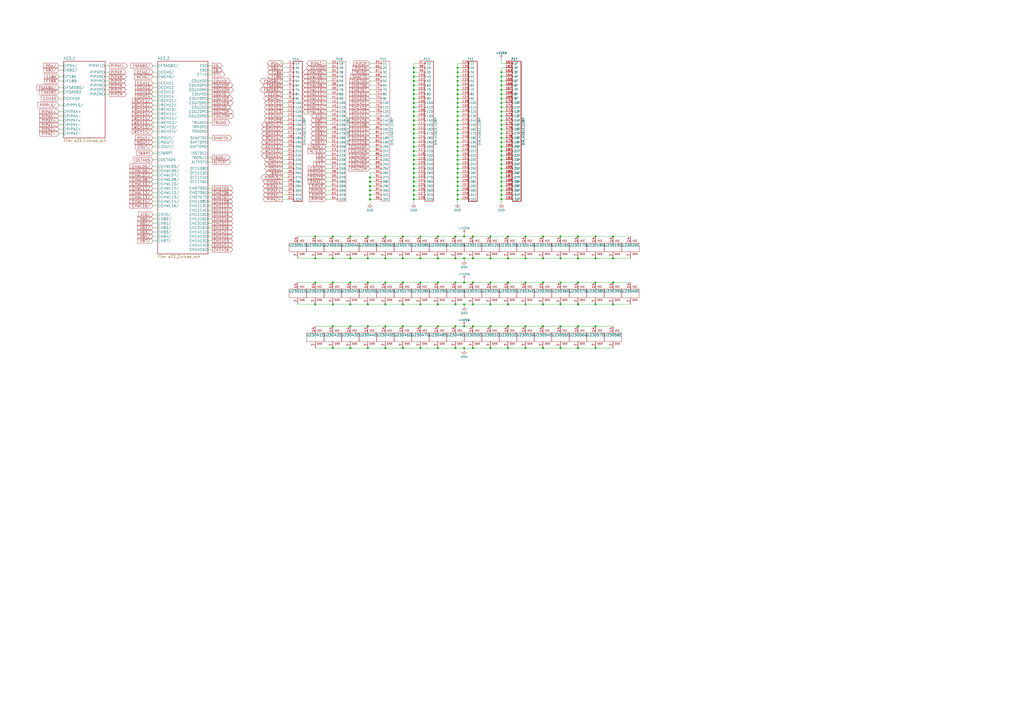
<source format=kicad_sch>
(kicad_sch (version 20211123) (generator eeschema)
  (paper "A2")
  (junction (at 203.2 137.16))
  (junction (at 214.63 113.03))
  (junction (at 265.43 85.09))
  (junction (at 203.2 201.93))
  (junction (at 240.03 80.01))
  (junction (at 294.64 201.93))
  (junction (at 335.28 201.93))
  (junction (at 304.8 149.86))
  (junction (at 264.16 163.83))
  (junction (at 193.04 201.93))
  (junction (at 240.03 92.71))
  (junction (at 290.83 90.17))
  (junction (at 240.03 85.09))
  (junction (at 240.03 59.69))
  (junction (at 290.83 46.99))
  (junction (at 265.43 102.87))
  (junction (at 223.52 137.16))
  (junction (at 265.43 52.07))
  (junction (at 325.12 176.53))
  (junction (at 240.03 49.53))
  (junction (at 304.8 176.53))
  (junction (at 223.52 201.93))
  (junction (at 274.32 163.83))
  (junction (at 290.83 107.95))
  (junction (at 294.64 189.23))
  (junction (at 265.43 87.63))
  (junction (at 203.2 149.86))
  (junction (at 265.43 72.39))
  (junction (at 223.52 163.83))
  (junction (at 223.52 176.53))
  (junction (at 355.6 176.53))
  (junction (at 213.36 189.23))
  (junction (at 325.12 137.16))
  (junction (at 214.63 115.57))
  (junction (at 335.28 137.16))
  (junction (at 345.44 201.93))
  (junction (at 335.28 163.83))
  (junction (at 214.63 110.49))
  (junction (at 193.04 149.86))
  (junction (at 290.83 67.31))
  (junction (at 269.24 149.86))
  (junction (at 290.83 97.79))
  (junction (at 265.43 110.49))
  (junction (at 325.12 201.93))
  (junction (at 265.43 80.01))
  (junction (at 269.24 137.16))
  (junction (at 290.83 87.63))
  (junction (at 182.88 163.83))
  (junction (at 290.83 49.53))
  (junction (at 335.28 149.86))
  (junction (at 314.96 137.16))
  (junction (at 345.44 149.86))
  (junction (at 265.43 97.79))
  (junction (at 265.43 100.33))
  (junction (at 240.03 95.25))
  (junction (at 265.43 90.17))
  (junction (at 314.96 189.23))
  (junction (at 345.44 137.16))
  (junction (at 290.83 77.47))
  (junction (at 290.83 74.93))
  (junction (at 265.43 49.53))
  (junction (at 233.68 137.16))
  (junction (at 290.83 59.69))
  (junction (at 294.64 163.83))
  (junction (at 182.88 176.53))
  (junction (at 274.32 137.16))
  (junction (at 193.04 189.23))
  (junction (at 265.43 62.23))
  (junction (at 264.16 201.93))
  (junction (at 203.2 176.53))
  (junction (at 355.6 137.16))
  (junction (at 254 189.23))
  (junction (at 284.48 149.86))
  (junction (at 325.12 189.23))
  (junction (at 265.43 64.77))
  (junction (at 284.48 189.23))
  (junction (at 240.03 67.31))
  (junction (at 294.64 137.16))
  (junction (at 304.8 201.93))
  (junction (at 265.43 44.45))
  (junction (at 290.83 113.03))
  (junction (at 240.03 72.39))
  (junction (at 265.43 57.15))
  (junction (at 265.43 39.37))
  (junction (at 265.43 74.93))
  (junction (at 314.96 149.86))
  (junction (at 290.83 115.57))
  (junction (at 274.32 201.93))
  (junction (at 254 163.83))
  (junction (at 345.44 176.53))
  (junction (at 265.43 77.47))
  (junction (at 240.03 74.93))
  (junction (at 269.24 189.23))
  (junction (at 290.83 57.15))
  (junction (at 193.04 137.16))
  (junction (at 233.68 176.53))
  (junction (at 274.32 189.23))
  (junction (at 254 149.86))
  (junction (at 314.96 163.83))
  (junction (at 345.44 189.23))
  (junction (at 243.84 149.86))
  (junction (at 284.48 137.16))
  (junction (at 355.6 163.83))
  (junction (at 240.03 115.57))
  (junction (at 254 137.16))
  (junction (at 290.83 64.77))
  (junction (at 290.83 105.41))
  (junction (at 240.03 107.95))
  (junction (at 240.03 105.41))
  (junction (at 233.68 163.83))
  (junction (at 240.03 62.23))
  (junction (at 203.2 163.83))
  (junction (at 290.83 80.01))
  (junction (at 274.32 149.86))
  (junction (at 265.43 115.57))
  (junction (at 335.28 176.53))
  (junction (at 265.43 46.99))
  (junction (at 265.43 95.25))
  (junction (at 304.8 137.16))
  (junction (at 325.12 149.86))
  (junction (at 265.43 107.95))
  (junction (at 290.83 54.61))
  (junction (at 240.03 52.07))
  (junction (at 290.83 110.49))
  (junction (at 193.04 163.83))
  (junction (at 193.04 176.53))
  (junction (at 240.03 100.33))
  (junction (at 223.52 189.23))
  (junction (at 240.03 46.99))
  (junction (at 213.36 163.83))
  (junction (at 213.36 149.86))
  (junction (at 203.2 189.23))
  (junction (at 314.96 176.53))
  (junction (at 304.8 189.23))
  (junction (at 265.43 105.41))
  (junction (at 290.83 44.45))
  (junction (at 214.63 102.87))
  (junction (at 254 201.93))
  (junction (at 243.84 189.23))
  (junction (at 264.16 149.86))
  (junction (at 314.96 201.93))
  (junction (at 264.16 176.53))
  (junction (at 290.83 85.09))
  (junction (at 240.03 41.91))
  (junction (at 265.43 67.31))
  (junction (at 213.36 201.93))
  (junction (at 240.03 82.55))
  (junction (at 240.03 113.03))
  (junction (at 265.43 59.69))
  (junction (at 269.24 201.93))
  (junction (at 214.63 107.95))
  (junction (at 290.83 41.91))
  (junction (at 284.48 176.53))
  (junction (at 182.88 149.86))
  (junction (at 290.83 72.39))
  (junction (at 265.43 82.55))
  (junction (at 240.03 97.79))
  (junction (at 182.88 137.16))
  (junction (at 290.83 95.25))
  (junction (at 290.83 102.87))
  (junction (at 345.44 163.83))
  (junction (at 243.84 176.53))
  (junction (at 355.6 149.86))
  (junction (at 264.16 137.16))
  (junction (at 290.83 69.85))
  (junction (at 233.68 189.23))
  (junction (at 240.03 39.37))
  (junction (at 243.84 163.83))
  (junction (at 284.48 163.83))
  (junction (at 264.16 189.23))
  (junction (at 213.36 176.53))
  (junction (at 233.68 149.86))
  (junction (at 269.24 176.53))
  (junction (at 290.83 82.55))
  (junction (at 269.24 163.83))
  (junction (at 240.03 87.63))
  (junction (at 335.28 189.23))
  (junction (at 213.36 137.16))
  (junction (at 240.03 44.45))
  (junction (at 290.83 52.07))
  (junction (at 240.03 54.61))
  (junction (at 240.03 69.85))
  (junction (at 240.03 57.15))
  (junction (at 265.43 92.71))
  (junction (at 240.03 90.17))
  (junction (at 265.43 69.85))
  (junction (at 290.83 92.71))
  (junction (at 265.43 41.91))
  (junction (at 294.64 149.86))
  (junction (at 243.84 137.16))
  (junction (at 254 176.53))
  (junction (at 265.43 113.03))
  (junction (at 214.63 105.41))
  (junction (at 240.03 64.77))
  (junction (at 284.48 201.93))
  (junction (at 240.03 77.47))
  (junction (at 290.83 62.23))
  (junction (at 240.03 110.49))
  (junction (at 290.83 100.33))
  (junction (at 233.68 201.93))
  (junction (at 243.84 201.93))
  (junction (at 325.12 163.83))
  (junction (at 265.43 54.61))
  (junction (at 223.52 149.86))
  (junction (at 304.8 163.83))
  (junction (at 294.64 176.53))
  (junction (at 240.03 102.87))
  (junction (at 274.32 176.53))
  (wire (pts (xy 172.72 137.16) (xy 182.88 137.16)))
  (wire (pts (xy 203.2 201.93) (xy 193.04 201.93)))
  (wire (pts (xy 265.43 87.63) (xy 267.97 87.63)))
  (wire (pts (xy 265.43 57.15) (xy 267.97 57.15)))
  (wire (pts (xy 345.44 201.93) (xy 335.28 201.93)))
  (wire (pts (xy 304.8 137.16) (xy 314.96 137.16)))
  (wire (pts (xy 163.83 49.53) (xy 166.37 49.53)))
  (wire (pts (xy 214.63 107.95) (xy 214.63 105.41)))
  (wire (pts (xy 240.03 39.37) (xy 240.03 41.91)))
  (wire (pts (xy 265.43 82.55) (xy 267.97 82.55)))
  (wire (pts (xy 163.83 57.15) (xy 166.37 57.15)))
  (wire (pts (xy 242.57 39.37) (xy 240.03 39.37)))
  (wire (pts (xy 290.83 46.99) (xy 293.37 46.99)))
  (wire (pts (xy 267.97 39.37) (xy 265.43 39.37)))
  (wire (pts (xy 213.36 189.23) (xy 223.52 189.23)))
  (wire (pts (xy 269.24 201.93) (xy 264.16 201.93)))
  (wire (pts (xy 290.83 54.61) (xy 290.83 57.15)))
  (wire (pts (xy 240.03 87.63) (xy 242.57 87.63)))
  (wire (pts (xy 189.23 67.31) (xy 191.77 67.31)))
  (wire (pts (xy 240.03 36.83) (xy 240.03 39.37)))
  (wire (pts (xy 240.03 82.55) (xy 240.03 85.09)))
  (wire (pts (xy 240.03 67.31) (xy 242.57 67.31)))
  (wire (pts (xy 265.43 54.61) (xy 265.43 57.15)))
  (wire (pts (xy 34.29 60.96) (xy 36.83 60.96)))
  (wire (pts (xy 163.83 74.93) (xy 166.37 74.93)))
  (wire (pts (xy 88.9 82.55) (xy 91.44 82.55)))
  (wire (pts (xy 120.65 67.31) (xy 123.19 67.31)))
  (wire (pts (xy 240.03 52.07) (xy 242.57 52.07)))
  (wire (pts (xy 240.03 64.77) (xy 240.03 67.31)))
  (wire (pts (xy 294.64 149.86) (xy 284.48 149.86)))
  (wire (pts (xy 217.17 87.63) (xy 214.63 87.63)))
  (wire (pts (xy 269.24 162.56) (xy 269.24 163.83)))
  (wire (pts (xy 240.03 97.79) (xy 240.03 100.33)))
  (wire (pts (xy 314.96 176.53) (xy 304.8 176.53)))
  (wire (pts (xy 274.32 176.53) (xy 269.24 176.53)))
  (wire (pts (xy 265.43 82.55) (xy 265.43 85.09)))
  (wire (pts (xy 217.17 72.39) (xy 214.63 72.39)))
  (wire (pts (xy 34.29 74.93) (xy 36.83 74.93)))
  (wire (pts (xy 217.17 67.31) (xy 214.63 67.31)))
  (wire (pts (xy 88.9 71.12) (xy 91.44 71.12)))
  (wire (pts (xy 265.43 77.47) (xy 267.97 77.47)))
  (wire (pts (xy 240.03 87.63) (xy 240.03 90.17)))
  (wire (pts (xy 240.03 107.95) (xy 240.03 110.49)))
  (wire (pts (xy 217.17 36.83) (xy 214.63 36.83)))
  (wire (pts (xy 254 137.16) (xy 264.16 137.16)))
  (wire (pts (xy 274.32 163.83) (xy 284.48 163.83)))
  (wire (pts (xy 34.29 67.31) (xy 36.83 67.31)))
  (wire (pts (xy 290.83 62.23) (xy 293.37 62.23)))
  (wire (pts (xy 269.24 189.23) (xy 274.32 189.23)))
  (wire (pts (xy 290.83 49.53) (xy 290.83 52.07)))
  (wire (pts (xy 163.83 41.91) (xy 166.37 41.91)))
  (wire (pts (xy 240.03 100.33) (xy 240.03 102.87)))
  (wire (pts (xy 217.17 46.99) (xy 214.63 46.99)))
  (wire (pts (xy 265.43 69.85) (xy 265.43 72.39)))
  (wire (pts (xy 290.83 44.45) (xy 293.37 44.45)))
  (wire (pts (xy 240.03 59.69) (xy 242.57 59.69)))
  (wire (pts (xy 284.48 163.83) (xy 294.64 163.83)))
  (wire (pts (xy 325.12 189.23) (xy 335.28 189.23)))
  (wire (pts (xy 240.03 95.25) (xy 242.57 95.25)))
  (wire (pts (xy 217.17 77.47) (xy 214.63 77.47)))
  (wire (pts (xy 284.48 189.23) (xy 294.64 189.23)))
  (wire (pts (xy 217.17 80.01) (xy 214.63 80.01)))
  (wire (pts (xy 240.03 72.39) (xy 242.57 72.39)))
  (wire (pts (xy 265.43 52.07) (xy 267.97 52.07)))
  (wire (pts (xy 290.83 57.15) (xy 293.37 57.15)))
  (wire (pts (xy 193.04 189.23) (xy 203.2 189.23)))
  (wire (pts (xy 240.03 102.87) (xy 242.57 102.87)))
  (wire (pts (xy 240.03 113.03) (xy 240.03 115.57)))
  (wire (pts (xy 240.03 72.39) (xy 240.03 74.93)))
  (wire (pts (xy 265.43 52.07) (xy 265.43 54.61)))
  (wire (pts (xy 189.23 57.15) (xy 191.77 57.15)))
  (wire (pts (xy 293.37 39.37) (xy 290.83 39.37)))
  (wire (pts (xy 223.52 137.16) (xy 233.68 137.16)))
  (wire (pts (xy 60.96 44.45) (xy 63.5 44.45)))
  (wire (pts (xy 254 149.86) (xy 243.84 149.86)))
  (wire (pts (xy 189.23 87.63) (xy 191.77 87.63)))
  (wire (pts (xy 120.65 116.84) (xy 123.19 116.84)))
  (wire (pts (xy 163.83 59.69) (xy 166.37 59.69)))
  (wire (pts (xy 294.64 163.83) (xy 304.8 163.83)))
  (wire (pts (xy 163.83 67.31) (xy 166.37 67.31)))
  (wire (pts (xy 217.17 64.77) (xy 214.63 64.77)))
  (wire (pts (xy 120.65 54.61) (xy 123.19 54.61)))
  (wire (pts (xy 345.44 149.86) (xy 335.28 149.86)))
  (wire (pts (xy 163.83 62.23) (xy 166.37 62.23)))
  (wire (pts (xy 290.83 64.77) (xy 293.37 64.77)))
  (wire (pts (xy 240.03 57.15) (xy 240.03 59.69)))
  (wire (pts (xy 240.03 115.57) (xy 240.03 118.11)))
  (wire (pts (xy 265.43 95.25) (xy 265.43 97.79)))
  (wire (pts (xy 254 189.23) (xy 264.16 189.23)))
  (wire (pts (xy 290.83 97.79) (xy 290.83 100.33)))
  (wire (pts (xy 189.23 74.93) (xy 191.77 74.93)))
  (wire (pts (xy 203.2 176.53) (xy 193.04 176.53)))
  (wire (pts (xy 243.84 189.23) (xy 254 189.23)))
  (wire (pts (xy 240.03 77.47) (xy 240.03 80.01)))
  (wire (pts (xy 265.43 97.79) (xy 265.43 100.33)))
  (wire (pts (xy 214.63 110.49) (xy 214.63 107.95)))
  (wire (pts (xy 163.83 82.55) (xy 166.37 82.55)))
  (wire (pts (xy 265.43 107.95) (xy 265.43 110.49)))
  (wire (pts (xy 265.43 110.49) (xy 265.43 113.03)))
  (wire (pts (xy 290.83 100.33) (xy 293.37 100.33)))
  (wire (pts (xy 240.03 62.23) (xy 242.57 62.23)))
  (wire (pts (xy 290.83 57.15) (xy 290.83 59.69)))
  (wire (pts (xy 120.65 64.77) (xy 123.19 64.77)))
  (wire (pts (xy 88.9 134.62) (xy 91.44 134.62)))
  (wire (pts (xy 233.68 201.93) (xy 223.52 201.93)))
  (wire (pts (xy 290.83 77.47) (xy 293.37 77.47)))
  (wire (pts (xy 88.9 58.42) (xy 91.44 58.42)))
  (wire (pts (xy 325.12 201.93) (xy 314.96 201.93)))
  (wire (pts (xy 269.24 177.8) (xy 269.24 176.53)))
  (wire (pts (xy 284.48 176.53) (xy 274.32 176.53)))
  (wire (pts (xy 120.65 119.38) (xy 123.19 119.38)))
  (wire (pts (xy 88.9 132.08) (xy 91.44 132.08)))
  (wire (pts (xy 240.03 113.03) (xy 242.57 113.03)))
  (wire (pts (xy 163.83 36.83) (xy 166.37 36.83)))
  (wire (pts (xy 214.63 113.03) (xy 214.63 110.49)))
  (wire (pts (xy 240.03 115.57) (xy 242.57 115.57)))
  (wire (pts (xy 265.43 59.69) (xy 267.97 59.69)))
  (wire (pts (xy 217.17 59.69) (xy 214.63 59.69)))
  (wire (pts (xy 265.43 54.61) (xy 267.97 54.61)))
  (wire (pts (xy 163.83 85.09) (xy 166.37 85.09)))
  (wire (pts (xy 193.04 149.86) (xy 182.88 149.86)))
  (wire (pts (xy 88.9 73.66) (xy 91.44 73.66)))
  (wire (pts (xy 88.9 129.54) (xy 91.44 129.54)))
  (wire (pts (xy 120.65 49.53) (xy 123.19 49.53)))
  (wire (pts (xy 284.48 137.16) (xy 294.64 137.16)))
  (wire (pts (xy 120.65 46.99) (xy 123.19 46.99)))
  (wire (pts (xy 240.03 85.09) (xy 242.57 85.09)))
  (wire (pts (xy 217.17 57.15) (xy 214.63 57.15)))
  (wire (pts (xy 265.43 115.57) (xy 265.43 118.11)))
  (wire (pts (xy 254 176.53) (xy 243.84 176.53)))
  (wire (pts (xy 163.83 39.37) (xy 166.37 39.37)))
  (wire (pts (xy 265.43 72.39) (xy 265.43 74.93)))
  (wire (pts (xy 88.9 38.1) (xy 91.44 38.1)))
  (wire (pts (xy 88.9 92.71) (xy 91.44 92.71)))
  (wire (pts (xy 182.88 149.86) (xy 172.72 149.86)))
  (wire (pts (xy 193.04 201.93) (xy 182.88 201.93)))
  (wire (pts (xy 293.37 41.91) (xy 290.83 41.91)))
  (wire (pts (xy 290.83 87.63) (xy 290.83 90.17)))
  (wire (pts (xy 214.63 115.57) (xy 214.63 113.03)))
  (wire (pts (xy 265.43 102.87) (xy 265.43 105.41)))
  (wire (pts (xy 189.23 72.39) (xy 191.77 72.39)))
  (wire (pts (xy 290.83 80.01) (xy 290.83 82.55)))
  (wire (pts (xy 269.24 135.89) (xy 269.24 137.16)))
  (wire (pts (xy 217.17 90.17) (xy 214.63 90.17)))
  (wire (pts (xy 217.17 44.45) (xy 214.63 44.45)))
  (wire (pts (xy 240.03 69.85) (xy 242.57 69.85)))
  (wire (pts (xy 191.77 107.95) (xy 189.23 107.95)))
  (wire (pts (xy 345.44 189.23) (xy 355.6 189.23)))
  (wire (pts (xy 290.83 115.57) (xy 293.37 115.57)))
  (wire (pts (xy 265.43 74.93) (xy 265.43 77.47)))
  (wire (pts (xy 265.43 97.79) (xy 267.97 97.79)))
  (wire (pts (xy 193.04 176.53) (xy 182.88 176.53)))
  (wire (pts (xy 223.52 149.86) (xy 213.36 149.86)))
  (wire (pts (xy 243.84 201.93) (xy 233.68 201.93)))
  (wire (pts (xy 120.65 111.76) (xy 123.19 111.76)))
  (wire (pts (xy 265.43 62.23) (xy 265.43 64.77)))
  (wire (pts (xy 314.96 149.86) (xy 304.8 149.86)))
  (wire (pts (xy 213.36 176.53) (xy 203.2 176.53)))
  (wire (pts (xy 265.43 105.41) (xy 265.43 107.95)))
  (wire (pts (xy 355.6 137.16) (xy 365.76 137.16)))
  (wire (pts (xy 240.03 62.23) (xy 240.03 64.77)))
  (wire (pts (xy 217.17 54.61) (xy 214.63 54.61)))
  (wire (pts (xy 290.83 90.17) (xy 290.83 92.71)))
  (wire (pts (xy 217.17 85.09) (xy 214.63 85.09)))
  (wire (pts (xy 335.28 163.83) (xy 345.44 163.83)))
  (wire (pts (xy 290.83 36.83) (xy 290.83 34.29)))
  (wire (pts (xy 88.9 48.26) (xy 91.44 48.26)))
  (wire (pts (xy 191.77 115.57) (xy 189.23 115.57)))
  (wire (pts (xy 163.83 69.85) (xy 166.37 69.85)))
  (wire (pts (xy 120.65 121.92) (xy 123.19 121.92)))
  (wire (pts (xy 240.03 85.09) (xy 240.03 87.63)))
  (wire (pts (xy 88.9 104.14) (xy 91.44 104.14)))
  (wire (pts (xy 264.16 149.86) (xy 254 149.86)))
  (wire (pts (xy 290.83 59.69) (xy 290.83 62.23)))
  (wire (pts (xy 355.6 163.83) (xy 365.76 163.83)))
  (wire (pts (xy 290.83 110.49) (xy 293.37 110.49)))
  (wire (pts (xy 182.88 163.83) (xy 193.04 163.83)))
  (wire (pts (xy 290.83 72.39) (xy 293.37 72.39)))
  (wire (pts (xy 214.63 105.41) (xy 214.63 102.87)))
  (wire (pts (xy 243.84 163.83) (xy 254 163.83)))
  (wire (pts (xy 88.9 119.38) (xy 91.44 119.38)))
  (wire (pts (xy 34.29 77.47) (xy 36.83 77.47)))
  (wire (pts (xy 240.03 49.53) (xy 242.57 49.53)))
  (wire (pts (xy 88.9 109.22) (xy 91.44 109.22)))
  (wire (pts (xy 265.43 92.71) (xy 267.97 92.71)))
  (wire (pts (xy 213.36 201.93) (xy 203.2 201.93)))
  (wire (pts (xy 88.9 96.52) (xy 91.44 96.52)))
  (wire (pts (xy 265.43 64.77) (xy 265.43 67.31)))
  (wire (pts (xy 203.2 137.16) (xy 213.36 137.16)))
  (wire (pts (xy 191.77 90.17) (xy 189.23 90.17)))
  (wire (pts (xy 193.04 163.83) (xy 203.2 163.83)))
  (wire (pts (xy 233.68 163.83) (xy 243.84 163.83)))
  (wire (pts (xy 163.83 44.45) (xy 166.37 44.45)))
  (wire (pts (xy 163.83 80.01) (xy 166.37 80.01)))
  (wire (pts (xy 265.43 39.37) (xy 265.43 41.91)))
  (wire (pts (xy 163.83 110.49) (xy 166.37 110.49)))
  (wire (pts (xy 240.03 44.45) (xy 242.57 44.45)))
  (wire (pts (xy 265.43 44.45) (xy 267.97 44.45)))
  (wire (pts (xy 365.76 176.53) (xy 355.6 176.53)))
  (wire (pts (xy 240.03 69.85) (xy 240.03 72.39)))
  (wire (pts (xy 88.9 114.3) (xy 91.44 114.3)))
  (wire (pts (xy 294.64 176.53) (xy 284.48 176.53)))
  (wire (pts (xy 265.43 92.71) (xy 265.43 95.25)))
  (wire (pts (xy 304.8 149.86) (xy 294.64 149.86)))
  (wire (pts (xy 265.43 113.03) (xy 265.43 115.57)))
  (wire (pts (xy 290.83 85.09) (xy 293.37 85.09)))
  (wire (pts (xy 88.9 80.01) (xy 91.44 80.01)))
  (wire (pts (xy 189.23 80.01) (xy 191.77 80.01)))
  (wire (pts (xy 120.65 52.07) (xy 123.19 52.07)))
  (wire (pts (xy 34.29 64.77) (xy 36.83 64.77)))
  (wire (pts (xy 60.96 54.61) (xy 63.5 54.61)))
  (wire (pts (xy 88.9 68.58) (xy 91.44 68.58)))
  (wire (pts (xy 265.43 87.63) (xy 265.43 90.17)))
  (wire (pts (xy 240.03 100.33) (xy 242.57 100.33)))
  (wire (pts (xy 120.65 91.44) (xy 123.19 91.44)))
  (wire (pts (xy 269.24 176.53) (xy 264.16 176.53)))
  (wire (pts (xy 120.65 40.64) (xy 123.19 40.64)))
  (wire (pts (xy 88.9 127) (xy 91.44 127)))
  (wire (pts (xy 274.32 201.93) (xy 269.24 201.93)))
  (wire (pts (xy 355.6 176.53) (xy 345.44 176.53)))
  (wire (pts (xy 325.12 149.86) (xy 314.96 149.86)))
  (wire (pts (xy 290.83 54.61) (xy 293.37 54.61)))
  (wire (pts (xy 265.43 46.99) (xy 265.43 49.53)))
  (wire (pts (xy 304.8 163.83) (xy 314.96 163.83)))
  (wire (pts (xy 120.65 137.16) (xy 123.19 137.16)))
  (wire (pts (xy 240.03 57.15) (xy 242.57 57.15)))
  (wire (pts (xy 163.83 97.79) (xy 166.37 97.79)))
  (wire (pts (xy 243.84 149.86) (xy 233.68 149.86)))
  (wire (pts (xy 335.28 189.23) (xy 345.44 189.23)))
  (wire (pts (xy 290.83 74.93) (xy 290.83 77.47)))
  (wire (pts (xy 290.83 62.23) (xy 290.83 64.77)))
  (wire (pts (xy 304.8 189.23) (xy 314.96 189.23)))
  (wire (pts (xy 163.83 100.33) (xy 166.37 100.33)))
  (wire (pts (xy 240.03 90.17) (xy 242.57 90.17)))
  (wire (pts (xy 290.83 64.77) (xy 290.83 67.31)))
  (wire (pts (xy 290.83 113.03) (xy 290.83 115.57)))
  (wire (pts (xy 172.72 163.83) (xy 182.88 163.83)))
  (wire (pts (xy 163.83 105.41) (xy 166.37 105.41)))
  (wire (pts (xy 290.83 80.01) (xy 293.37 80.01)))
  (wire (pts (xy 189.23 44.45) (xy 191.77 44.45)))
  (wire (pts (xy 290.83 95.25) (xy 290.83 97.79)))
  (wire (pts (xy 240.03 46.99) (xy 240.03 49.53)))
  (wire (pts (xy 189.23 59.69) (xy 191.77 59.69)))
  (wire (pts (xy 34.29 44.45) (xy 36.83 44.45)))
  (wire (pts (xy 214.63 110.49) (xy 217.17 110.49)))
  (wire (pts (xy 34.29 38.1) (xy 36.83 38.1)))
  (wire (pts (xy 294.64 189.23) (xy 304.8 189.23)))
  (wire (pts (xy 240.03 54.61) (xy 240.03 57.15)))
  (wire (pts (xy 213.36 149.86) (xy 203.2 149.86)))
  (wire (pts (xy 217.17 97.79) (xy 214.63 97.79)))
  (wire (pts (xy 243.84 137.16) (xy 254 137.16)))
  (wire (pts (xy 217.17 69.85) (xy 214.63 69.85)))
  (wire (pts (xy 240.03 52.07) (xy 240.03 54.61)))
  (wire (pts (xy 88.9 101.6) (xy 91.44 101.6)))
  (wire (pts (xy 214.63 102.87) (xy 217.17 102.87)))
  (wire (pts (xy 191.77 100.33) (xy 189.23 100.33)))
  (wire (pts (xy 189.23 82.55) (xy 191.77 82.55)))
  (wire (pts (xy 182.88 176.53) (xy 172.72 176.53)))
  (wire (pts (xy 34.29 72.39) (xy 36.83 72.39)))
  (wire (pts (xy 265.43 49.53) (xy 267.97 49.53)))
  (wire (pts (xy 265.43 80.01) (xy 267.97 80.01)))
  (wire (pts (xy 345.44 137.16) (xy 355.6 137.16)))
  (wire (pts (xy 284.48 201.93) (xy 274.32 201.93)))
  (wire (pts (xy 290.83 92.71) (xy 290.83 95.25)))
  (wire (pts (xy 88.9 137.16) (xy 91.44 137.16)))
  (wire (pts (xy 191.77 110.49) (xy 189.23 110.49)))
  (wire (pts (xy 265.43 113.03) (xy 267.97 113.03)))
  (wire (pts (xy 214.63 113.03) (xy 217.17 113.03)))
  (wire (pts (xy 290.83 74.93) (xy 293.37 74.93)))
  (wire (pts (xy 233.68 176.53) (xy 223.52 176.53)))
  (wire (pts (xy 60.96 46.99) (xy 63.5 46.99)))
  (wire (pts (xy 240.03 59.69) (xy 240.03 62.23)))
  (wire (pts (xy 269.24 149.86) (xy 264.16 149.86)))
  (wire (pts (xy 304.8 201.93) (xy 294.64 201.93)))
  (wire (pts (xy 120.65 71.12) (xy 123.19 71.12)))
  (wire (pts (xy 290.83 82.55) (xy 293.37 82.55)))
  (wire (pts (xy 34.29 46.99) (xy 36.83 46.99)))
  (wire (pts (xy 290.83 72.39) (xy 290.83 74.93)))
  (wire (pts (xy 88.9 139.7) (xy 91.44 139.7)))
  (wire (pts (xy 120.65 38.1) (xy 123.19 38.1)))
  (wire (pts (xy 88.9 63.5) (xy 91.44 63.5)))
  (wire (pts (xy 284.48 149.86) (xy 274.32 149.86)))
  (wire (pts (xy 120.65 132.08) (xy 123.19 132.08)))
  (wire (pts (xy 269.24 203.2) (xy 269.24 201.93)))
  (wire (pts (xy 120.65 127) (xy 123.19 127)))
  (wire (pts (xy 88.9 60.96) (xy 91.44 60.96)))
  (wire (pts (xy 264.16 163.83) (xy 269.24 163.83)))
  (wire (pts (xy 217.17 74.93) (xy 214.63 74.93)))
  (wire (pts (xy 240.03 41.91) (xy 242.57 41.91)))
  (wire (pts (xy 182.88 137.16) (xy 193.04 137.16)))
  (wire (pts (xy 189.23 54.61) (xy 191.77 54.61)))
  (wire (pts (xy 290.83 67.31) (xy 293.37 67.31)))
  (wire (pts (xy 60.96 41.91) (xy 63.5 41.91)))
  (wire (pts (xy 34.29 69.85) (xy 36.83 69.85)))
  (wire (pts (xy 265.43 105.41) (xy 267.97 105.41)))
  (wire (pts (xy 290.83 59.69) (xy 293.37 59.69)))
  (wire (pts (xy 265.43 41.91) (xy 267.97 41.91)))
  (wire (pts (xy 120.65 139.7) (xy 123.19 139.7)))
  (wire (pts (xy 265.43 36.83) (xy 265.43 39.37)))
  (wire (pts (xy 265.43 72.39) (xy 267.97 72.39)))
  (wire (pts (xy 214.63 100.33) (xy 217.17 100.33)))
  (wire (pts (xy 191.77 102.87) (xy 189.23 102.87)))
  (wire (pts (xy 163.83 113.03) (xy 166.37 113.03)))
  (wire (pts (xy 290.83 69.85) (xy 293.37 69.85)))
  (wire (pts (xy 265.43 80.01) (xy 265.43 82.55)))
  (wire (pts (xy 240.03 105.41) (xy 240.03 107.95)))
  (wire (pts (xy 265.43 41.91) (xy 265.43 44.45)))
  (wire (pts (xy 217.17 92.71) (xy 214.63 92.71)))
  (wire (pts (xy 345.44 176.53) (xy 335.28 176.53)))
  (wire (pts (xy 88.9 44.45) (xy 91.44 44.45)))
  (wire (pts (xy 203.2 163.83) (xy 213.36 163.83)))
  (wire (pts (xy 290.83 69.85) (xy 290.83 72.39)))
  (wire (pts (xy 265.43 59.69) (xy 265.43 62.23)))
  (wire (pts (xy 325.12 176.53) (xy 314.96 176.53)))
  (wire (pts (xy 120.65 80.01) (xy 123.19 80.01)))
  (wire (pts (xy 265.43 110.49) (xy 267.97 110.49)))
  (wire (pts (xy 189.23 39.37) (xy 191.77 39.37)))
  (wire (pts (xy 290.83 44.45) (xy 290.83 46.99)))
  (wire (pts (xy 240.03 41.91) (xy 240.03 44.45)))
  (wire (pts (xy 314.96 137.16) (xy 325.12 137.16)))
  (wire (pts (xy 88.9 111.76) (xy 91.44 111.76)))
  (wire (pts (xy 163.83 87.63) (xy 166.37 87.63)))
  (wire (pts (xy 88.9 41.91) (xy 91.44 41.91)))
  (wire (pts (xy 240.03 110.49) (xy 242.57 110.49)))
  (wire (pts (xy 223.52 189.23) (xy 233.68 189.23)))
  (wire (pts (xy 189.23 46.99) (xy 191.77 46.99)))
  (wire (pts (xy 325.12 163.83) (xy 335.28 163.83)))
  (wire (pts (xy 163.83 54.61) (xy 166.37 54.61)))
  (wire (pts (xy 290.83 90.17) (xy 293.37 90.17)))
  (wire (pts (xy 217.17 62.23) (xy 214.63 62.23)))
  (wire (pts (xy 265.43 95.25) (xy 267.97 95.25)))
  (wire (pts (xy 240.03 90.17) (xy 240.03 92.71)))
  (wire (pts (xy 60.96 52.07) (xy 63.5 52.07)))
  (wire (pts (xy 265.43 44.45) (xy 265.43 46.99)))
  (wire (pts (xy 290.83 67.31) (xy 290.83 69.85)))
  (wire (pts (xy 274.32 149.86) (xy 269.24 149.86)))
  (wire (pts (xy 189.23 69.85) (xy 191.77 69.85)))
  (wire (pts (xy 265.43 69.85) (xy 267.97 69.85)))
  (wire (pts (xy 191.77 105.41) (xy 189.23 105.41)))
  (wire (pts (xy 189.23 62.23) (xy 191.77 62.23)))
  (wire (pts (xy 265.43 100.33) (xy 267.97 100.33)))
  (wire (pts (xy 120.65 93.98) (xy 123.19 93.98)))
  (wire (pts (xy 240.03 110.49) (xy 240.03 113.03)))
  (wire (pts (xy 88.9 66.04) (xy 91.44 66.04)))
  (wire (pts (xy 203.2 189.23) (xy 213.36 189.23)))
  (wire (pts (xy 240.03 74.93) (xy 242.57 74.93)))
  (wire (pts (xy 240.03 97.79) (xy 242.57 97.79)))
  (wire (pts (xy 265.43 90.17) (xy 267.97 90.17)))
  (wire (pts (xy 290.83 115.57) (xy 290.83 118.11)))
  (wire (pts (xy 240.03 80.01) (xy 240.03 82.55)))
  (wire (pts (xy 182.88 189.23) (xy 193.04 189.23)))
  (wire (pts (xy 243.84 176.53) (xy 233.68 176.53)))
  (wire (pts (xy 120.65 134.62) (xy 123.19 134.62)))
  (wire (pts (xy 335.28 149.86) (xy 325.12 149.86)))
  (wire (pts (xy 214.63 102.87) (xy 214.63 100.33)))
  (wire (pts (xy 88.9 99.06) (xy 91.44 99.06)))
  (wire (pts (xy 240.03 80.01) (xy 242.57 80.01)))
  (wire (pts (xy 365.76 149.86) (xy 355.6 149.86)))
  (wire (pts (xy 240.03 44.45) (xy 240.03 46.99)))
  (wire (pts (xy 254 163.83) (xy 264.16 163.83)))
  (wire (pts (xy 189.23 41.91) (xy 191.77 41.91)))
  (wire (pts (xy 290.83 105.41) (xy 290.83 107.95)))
  (wire (pts (xy 265.43 85.09) (xy 267.97 85.09)))
  (wire (pts (xy 335.28 201.93) (xy 325.12 201.93)))
  (wire (pts (xy 217.17 52.07) (xy 214.63 52.07)))
  (wire (pts (xy 290.83 41.91) (xy 290.83 44.45)))
  (wire (pts (xy 293.37 36.83) (xy 290.83 36.83)))
  (wire (pts (xy 290.83 82.55) (xy 290.83 85.09)))
  (wire (pts (xy 189.23 64.77) (xy 191.77 64.77)))
  (wire (pts (xy 88.9 116.84) (xy 91.44 116.84)))
  (wire (pts (xy 163.83 64.77) (xy 166.37 64.77)))
  (wire (pts (xy 240.03 82.55) (xy 242.57 82.55)))
  (wire (pts (xy 217.17 49.53) (xy 214.63 49.53)))
  (wire (pts (xy 290.83 92.71) (xy 293.37 92.71)))
  (wire (pts (xy 214.63 107.95) (xy 217.17 107.95)))
  (wire (pts (xy 120.65 57.15) (xy 123.19 57.15)))
  (wire (pts (xy 217.17 39.37) (xy 214.63 39.37)))
  (wire (pts (xy 265.43 49.53) (xy 265.43 52.07)))
  (wire (pts (xy 223.52 201.93) (xy 213.36 201.93)))
  (wire (pts (xy 290.83 46.99) (xy 290.83 49.53)))
  (wire (pts (xy 191.77 92.71) (xy 189.23 92.71)))
  (wire (pts (xy 34.29 53.34) (xy 36.83 53.34)))
  (wire (pts (xy 264.16 137.16) (xy 269.24 137.16)))
  (wire (pts (xy 290.83 113.03) (xy 293.37 113.03)))
  (wire (pts (xy 214.63 118.11) (xy 214.63 115.57)))
  (wire (pts (xy 355.6 201.93) (xy 345.44 201.93)))
  (wire (pts (xy 240.03 49.53) (xy 240.03 52.07)))
  (wire (pts (xy 120.65 62.23) (xy 123.19 62.23)))
  (wire (pts (xy 240.03 77.47) (xy 242.57 77.47)))
  (wire (pts (xy 233.68 189.23) (xy 243.84 189.23)))
  (wire (pts (xy 163.83 72.39) (xy 166.37 72.39)))
  (wire (pts (xy 34.29 50.8) (xy 36.83 50.8)))
  (wire (pts (xy 233.68 137.16) (xy 243.84 137.16)))
  (wire (pts (xy 265.43 107.95) (xy 267.97 107.95)))
  (wire (pts (xy 290.83 39.37) (xy 290.83 41.91)))
  (wire (pts (xy 189.23 85.09) (xy 191.77 85.09)))
  (wire (pts (xy 191.77 113.03) (xy 189.23 113.03)))
  (wire (pts (xy 290.83 102.87) (xy 293.37 102.87)))
  (wire (pts (xy 88.9 106.68) (xy 91.44 106.68)))
  (wire (pts (xy 265.43 102.87) (xy 267.97 102.87)))
  (wire (pts (xy 290.83 87.63) (xy 293.37 87.63)))
  (wire (pts (xy 191.77 97.79) (xy 189.23 97.79)))
  (wire (pts (xy 290.83 100.33) (xy 290.83 102.87)))
  (wire (pts (xy 265.43 77.47) (xy 265.43 80.01)))
  (wire (pts (xy 88.9 85.09) (xy 91.44 85.09)))
  (wire (pts (xy 88.9 124.46) (xy 91.44 124.46)))
  (wire (pts (xy 214.63 115.57) (xy 217.17 115.57)))
  (wire (pts (xy 314.96 201.93) (xy 304.8 201.93)))
  (wire (pts (xy 163.83 95.25) (xy 166.37 95.25)))
  (wire (pts (xy 120.65 142.24) (xy 123.19 142.24)))
  (wire (pts (xy 240.03 105.41) (xy 242.57 105.41)))
  (wire (pts (xy 240.03 92.71) (xy 242.57 92.71)))
  (wire (pts (xy 290.83 102.87) (xy 290.83 105.41)))
  (wire (pts (xy 240.03 95.25) (xy 240.03 97.79)))
  (wire (pts (xy 34.29 57.15) (xy 36.83 57.15)))
  (wire (pts (xy 290.83 49.53) (xy 293.37 49.53)))
  (wire (pts (xy 203.2 149.86) (xy 193.04 149.86)))
  (wire (pts (xy 240.03 74.93) (xy 240.03 77.47)))
  (wire (pts (xy 290.83 52.07) (xy 290.83 54.61)))
  (wire (pts (xy 88.9 53.34) (xy 91.44 53.34)))
  (wire (pts (xy 163.83 52.07) (xy 166.37 52.07)))
  (wire (pts (xy 265.43 46.99) (xy 267.97 46.99)))
  (wire (pts (xy 355.6 149.86) (xy 345.44 149.86)))
  (wire (pts (xy 213.36 137.16) (xy 223.52 137.16)))
  (wire (pts (xy 88.9 50.8) (xy 91.44 50.8)))
  (wire (pts (xy 191.77 95.25) (xy 189.23 95.25)))
  (wire (pts (xy 269.24 151.13) (xy 269.24 149.86)))
  (wire (pts (xy 265.43 67.31) (xy 267.97 67.31)))
  (wire (pts (xy 264.16 176.53) (xy 254 176.53)))
  (wire (pts (xy 223.52 163.83) (xy 233.68 163.83)))
  (wire (pts (xy 60.96 38.1) (xy 63.5 38.1)))
  (wire (pts (xy 240.03 102.87) (xy 240.03 105.41)))
  (wire (pts (xy 163.83 90.17) (xy 166.37 90.17)))
  (wire (pts (xy 290.83 77.47) (xy 290.83 80.01)))
  (wire (pts (xy 265.43 100.33) (xy 265.43 102.87)))
  (wire (pts (xy 217.17 82.55) (xy 214.63 82.55)))
  (wire (pts (xy 304.8 176.53) (xy 294.64 176.53)))
  (wire (pts (xy 120.65 43.18) (xy 123.19 43.18)))
  (wire (pts (xy 264.16 201.93) (xy 254 201.93)))
  (wire (pts (xy 290.83 110.49) (xy 290.83 113.03)))
  (wire (pts (xy 189.23 49.53) (xy 191.77 49.53)))
  (wire (pts (xy 290.83 52.07) (xy 293.37 52.07)))
  (wire (pts (xy 88.9 55.88) (xy 91.44 55.88)))
  (wire (pts (xy 240.03 107.95) (xy 242.57 107.95)))
  (wire (pts (xy 274.32 137.16) (xy 284.48 137.16)))
  (wire (pts (xy 314.96 163.83) (xy 325.12 163.83)))
  (wire (pts (xy 163.83 92.71) (xy 166.37 92.71)))
  (wire (pts (xy 242.57 36.83) (xy 240.03 36.83)))
  (wire (pts (xy 163.83 46.99) (xy 166.37 46.99)))
  (wire (pts (xy 120.65 124.46) (xy 123.19 124.46)))
  (wire (pts (xy 240.03 54.61) (xy 242.57 54.61)))
  (wire (pts (xy 265.43 64.77) (xy 267.97 64.77)))
  (wire (pts (xy 290.83 107.95) (xy 293.37 107.95)))
  (wire (pts (xy 88.9 88.9) (xy 91.44 88.9)))
  (wire (pts (xy 120.65 109.22) (xy 123.19 109.22)))
  (wire (pts (xy 274.32 189.23) (xy 284.48 189.23)))
  (wire (pts (xy 193.04 137.16) (xy 203.2 137.16)))
  (wire (pts (xy 120.65 114.3) (xy 123.19 114.3)))
  (wire (pts (xy 265.43 85.09) (xy 265.43 87.63)))
  (wire (pts (xy 163.83 115.57) (xy 166.37 115.57)))
  (wire (pts (xy 290.83 85.09) (xy 290.83 87.63)))
  (wire (pts (xy 189.23 36.83) (xy 191.77 36.83)))
  (wire (pts (xy 240.03 92.71) (xy 240.03 95.25)))
  (wire (pts (xy 163.83 107.95) (xy 166.37 107.95)))
  (wire (pts (xy 265.43 57.15) (xy 265.43 59.69)))
  (wire (pts (xy 290.83 97.79) (xy 293.37 97.79)))
  (wire (pts (xy 217.17 41.91) (xy 214.63 41.91)))
  (wire (pts (xy 314.96 189.23) (xy 325.12 189.23)))
  (wire (pts (xy 189.23 77.47) (xy 191.77 77.47)))
  (wire (pts (xy 214.63 105.41) (xy 217.17 105.41)))
  (wire (pts (xy 294.64 137.16) (xy 304.8 137.16)))
  (wire (pts (xy 269.24 137.16) (xy 274.32 137.16)))
  (wire (pts (xy 240.03 67.31) (xy 240.03 69.85)))
  (wire (pts (xy 240.03 64.77) (xy 242.57 64.77)))
  (wire (pts (xy 264.16 189.23) (xy 269.24 189.23)))
  (wire (pts (xy 325.12 137.16) (xy 335.28 137.16)))
  (wire (pts (xy 34.29 40.64) (xy 36.83 40.64)))
  (wire (pts (xy 88.9 76.2) (xy 91.44 76.2)))
  (wire (pts (xy 265.43 67.31) (xy 265.43 69.85)))
  (wire (pts (xy 120.65 144.78) (xy 123.19 144.78)))
  (wire (pts (xy 254 201.93) (xy 243.84 201.93)))
  (wire (pts (xy 163.83 102.87) (xy 166.37 102.87)))
  (wire (pts (xy 189.23 52.07) (xy 191.77 52.07)))
  (wire (pts (xy 345.44 163.83) (xy 355.6 163.83)))
  (wire (pts (xy 290.83 95.25) (xy 293.37 95.25)))
  (wire (pts (xy 265.43 90.17) (xy 265.43 92.71)))
  (wire (pts (xy 335.28 176.53) (xy 325.12 176.53)))
  (wire (pts (xy 240.03 46.99) (xy 242.57 46.99)))
  (wire (pts (xy 265.43 62.23) (xy 267.97 62.23)))
  (wire (pts (xy 267.97 36.83) (xy 265.43 36.83)))
  (wire (pts (xy 290.83 105.41) (xy 293.37 105.41)))
  (wire (pts (xy 294.64 201.93) (xy 284.48 201.93)))
  (wire (pts (xy 217.17 95.25) (xy 214.63 95.25)))
  (wire (pts (xy 120.65 129.54) (xy 123.19 129.54)))
  (wire (pts (xy 269.24 163.83) (xy 274.32 163.83)))
  (wire (pts (xy 335.28 137.16) (xy 345.44 137.16)))
  (wire (pts (xy 60.96 49.53) (xy 63.5 49.53)))
  (wire (pts (xy 163.83 77.47) (xy 166.37 77.47)))
  (wire (pts (xy 213.36 163.83) (xy 223.52 163.83)))
  (wire (pts (xy 265.43 74.93) (xy 267.97 74.93)))
  (wire (pts (xy 290.83 107.95) (xy 290.83 110.49)))
  (wire (pts (xy 233.68 149.86) (xy 223.52 149.86)))
  (wire (pts (xy 223.52 176.53) (xy 213.36 176.53)))
  (wire (pts (xy 265.43 115.57) (xy 267.97 115.57)))
  (wire (pts (xy 120.65 59.69) (xy 123.19 59.69)))
  (global_label "CH1216" (shape input) (at 214.63 82.55 180) (effects (font (size 1.524 1.524))) (property "Intersheet References" "${INTERSHEET_REFS}" (effects hide)))
  (global_label "CHWL05/" (shape input) (at 88.9 96.52 180) (effects (font (size 1.524 1.524))) (property "Intersheet References" "${INTERSHEET_REFS}" (effects hide)))
  (global_label "CDUYDP" (shape input) (at 214.63 90.17 180) (effects (font (size 1.524 1.524))) (property "Intersheet References" "${INTERSHEET_REFS}" (effects hide)))
  (global_label "XB7/" (shape output) (at 189.23 82.55 180) (effects (font (size 1.524 1.524))) (property "Intersheet References" "${INTERSHEET_REFS}" (effects hide)))
  (global_label "CDUXDM" (shape input) (at 214.63 87.63 180) (effects (font (size 1.524 1.524))) (property "Intersheet References" "${INTERSHEET_REFS}" (effects hide)))
  (global_label "CDUXDP" (shape input) (at 214.63 85.09 180) (effects (font (size 1.524 1.524))) (property "Intersheet References" "${INTERSHEET_REFS}" (effects hide)))
  (global_label "PIPAX-" (shape output) (at 163.83 107.95 180) (effects (font (size 1.524 1.524))) (property "Intersheet References" "${INTERSHEET_REFS}" (effects hide)))
  (global_label "T6RPT" (shape output) (at 163.83 100.33 180) (effects (font (size 1.524 1.524))) (property "Intersheet References" "${INTERSHEET_REFS}" (effects hide)))
  (global_label "T6ON/" (shape input) (at 189.23 85.09 180) (effects (font (size 1.524 1.524))) (property "Intersheet References" "${INTERSHEET_REFS}" (effects hide)))
  (global_label "PIPAY+" (shape input) (at 34.29 69.85 180) (effects (font (size 1.524 1.524))) (property "Intersheet References" "${INTERSHEET_REFS}" (effects hide)))
  (global_label "XB4/" (shape output) (at 189.23 80.01 180) (effects (font (size 1.524 1.524))) (property "Intersheet References" "${INTERSHEET_REFS}" (effects hide)))
  (global_label "PIPAZ-" (shape input) (at 34.29 77.47 180) (effects (font (size 1.524 1.524))) (property "Intersheet References" "${INTERSHEET_REFS}" (effects hide)))
  (global_label "CDUZDM" (shape input) (at 214.63 97.79 180) (effects (font (size 1.524 1.524))) (property "Intersheet References" "${INTERSHEET_REFS}" (effects hide)))
  (global_label "WCH13/" (shape input) (at 88.9 73.66 180) (effects (font (size 1.524 1.524))) (property "Intersheet References" "${INTERSHEET_REFS}" (effects hide)))
  (global_label "CH1411" (shape input) (at 214.63 59.69 180) (effects (font (size 1.524 1.524))) (property "Intersheet References" "${INTERSHEET_REFS}" (effects hide)))
  (global_label "PIPXM" (shape input) (at 189.23 110.49 180) (effects (font (size 1.524 1.524))) (property "Intersheet References" "${INTERSHEET_REFS}" (effects hide)))
  (global_label "F5ASB2" (shape output) (at 163.83 49.53 180) (effects (font (size 1.524 1.524))) (property "Intersheet References" "${INTERSHEET_REFS}" (effects hide)))
  (global_label "PIPYP" (shape input) (at 189.23 113.03 180) (effects (font (size 1.524 1.524))) (property "Intersheet References" "${INTERSHEET_REFS}" (effects hide)))
  (global_label "XB7/" (shape input) (at 88.9 139.7 180) (effects (font (size 1.524 1.524))) (property "Intersheet References" "${INTERSHEET_REFS}" (effects hide)))
  (global_label "PIPYM" (shape input) (at 189.23 115.57 180) (effects (font (size 1.524 1.524))) (property "Intersheet References" "${INTERSHEET_REFS}" (effects hide)))
  (global_label "PIPAX+" (shape input) (at 34.29 64.77 180) (effects (font (size 1.524 1.524))) (property "Intersheet References" "${INTERSHEET_REFS}" (effects hide)))
  (global_label "RCH11/" (shape input) (at 88.9 58.42 180) (effects (font (size 1.524 1.524))) (property "Intersheet References" "${INTERSHEET_REFS}" (effects hide)))
  (global_label "CCHG/" (shape input) (at 88.9 41.91 180) (effects (font (size 1.524 1.524))) (property "Intersheet References" "${INTERSHEET_REFS}" (effects hide)))
  (global_label "PIPPLS/" (shape input) (at 34.29 60.96 180) (effects (font (size 1.524 1.524))) (property "Intersheet References" "${INTERSHEET_REFS}" (effects hide)))
  (global_label "XT0/" (shape input) (at 88.9 124.46 180) (effects (font (size 1.524 1.524))) (property "Intersheet References" "${INTERSHEET_REFS}" (effects hide)))
  (global_label "CHWL14/" (shape input) (at 88.9 116.84 180) (effects (font (size 1.524 1.524))) (property "Intersheet References" "${INTERSHEET_REFS}" (effects hide)))
  (global_label "F5ASB2/" (shape output) (at 163.83 52.07 180) (effects (font (size 1.524 1.524))) (property "Intersheet References" "${INTERSHEET_REFS}" (effects hide)))
  (global_label "CDUXDP" (shape output) (at 123.19 49.53 0) (effects (font (size 1.524 1.524))) (property "Intersheet References" "${INTERSHEET_REFS}" (effects hide)))
  (global_label "PIPXP" (shape output) (at 63.5 41.91 0) (effects (font (size 1.524 1.524))) (property "Intersheet References" "${INTERSHEET_REFS}" (effects hide)))
  (global_label "WCHG/" (shape output) (at 163.83 57.15 180) (effects (font (size 1.524 1.524))) (property "Intersheet References" "${INTERSHEET_REFS}" (effects hide)))
  (global_label "CDUZD" (shape input) (at 189.23 102.87 180) (effects (font (size 1.524 1.524))) (property "Intersheet References" "${INTERSHEET_REFS}" (effects hide)))
  (global_label "CDUZDP" (shape input) (at 214.63 95.25 180) (effects (font (size 1.524 1.524))) (property "Intersheet References" "${INTERSHEET_REFS}" (effects hide)))
  (global_label "CDUZDP" (shape output) (at 123.19 64.77 0) (effects (font (size 1.524 1.524))) (property "Intersheet References" "${INTERSHEET_REFS}" (effects hide)))
  (global_label "WCH13/" (shape output) (at 163.83 87.63 180) (effects (font (size 1.524 1.524))) (property "Intersheet References" "${INTERSHEET_REFS}" (effects hide)))
  (global_label "CHWL10/" (shape output) (at 189.23 52.07 180) (effects (font (size 1.524 1.524))) (property "Intersheet References" "${INTERSHEET_REFS}" (effects hide)))
  (global_label "E6" (shape input) (at 189.23 92.71 180) (effects (font (size 1.524 1.524))) (property "Intersheet References" "${INTERSHEET_REFS}" (effects hide)))
  (global_label "CHWL12/" (shape output) (at 189.23 57.15 180) (effects (font (size 1.524 1.524))) (property "Intersheet References" "${INTERSHEET_REFS}" (effects hide)))
  (global_label "CHWL13/" (shape output) (at 189.23 59.69 180) (effects (font (size 1.524 1.524))) (property "Intersheet References" "${INTERSHEET_REFS}" (effects hide)))
  (global_label "CH1116" (shape input) (at 214.63 80.01 180) (effects (font (size 1.524 1.524))) (property "Intersheet References" "${INTERSHEET_REFS}" (effects hide)))
  (global_label "CH1316" (shape input) (at 214.63 57.15 180) (effects (font (size 1.524 1.524))) (property "Intersheet References" "${INTERSHEET_REFS}" (effects hide)))
  (global_label "CDUYD" (shape output) (at 123.19 54.61 0) (effects (font (size 1.524 1.524))) (property "Intersheet References" "${INTERSHEET_REFS}" (effects hide)))
  (global_label "CHWL05/" (shape output) (at 189.23 41.91 180) (effects (font (size 1.524 1.524))) (property "Intersheet References" "${INTERSHEET_REFS}" (effects hide)))
  (global_label "CH0706" (shape input) (at 214.63 49.53 180) (effects (font (size 1.524 1.524))) (property "Intersheet References" "${INTERSHEET_REFS}" (effects hide)))
  (global_label "PIPZM" (shape input) (at 214.63 39.37 180) (effects (font (size 1.524 1.524))) (property "Intersheet References" "${INTERSHEET_REFS}" (effects hide)))
  (global_label "CDUYDM" (shape output) (at 123.19 59.69 0) (effects (font (size 1.524 1.524))) (property "Intersheet References" "${INTERSHEET_REFS}" (effects hide)))
  (global_label "PIPAFL" (shape output) (at 63.5 38.1 0) (effects (font (size 1.524 1.524))) (property "Intersheet References" "${INTERSHEET_REFS}" (effects hide)))
  (global_label "E7/" (shape input) (at 189.23 95.25 180) (effects (font (size 1.524 1.524))) (property "Intersheet References" "${INTERSHEET_REFS}" (effects hide)))
  (global_label "CH1316" (shape output) (at 123.19 132.08 0) (effects (font (size 1.524 1.524))) (property "Intersheet References" "${INTERSHEET_REFS}" (effects hide)))
  (global_label "CCH13" (shape output) (at 163.83 64.77 180) (effects (font (size 1.524 1.524))) (property "Intersheet References" "${INTERSHEET_REFS}" (effects hide)))
  (global_label "T6ON/" (shape output) (at 123.19 91.44 0) (effects (font (size 1.524 1.524))) (property "Intersheet References" "${INTERSHEET_REFS}" (effects hide)))
  (global_label "CCH11" (shape output) (at 163.83 59.69 180) (effects (font (size 1.524 1.524))) (property "Intersheet References" "${INTERSHEET_REFS}" (effects hide)))
  (global_label "CCH14" (shape input) (at 88.9 55.88 180) (effects (font (size 1.524 1.524))) (property "Intersheet References" "${INTERSHEET_REFS}" (effects hide)))
  (global_label "CH1114" (shape input) (at 214.63 77.47 180) (effects (font (size 1.524 1.524))) (property "Intersheet References" "${INTERSHEET_REFS}" (effects hide)))
  (global_label "CH1113" (shape input) (at 214.63 74.93 180) (effects (font (size 1.524 1.524))) (property "Intersheet References" "${INTERSHEET_REFS}" (effects hide)))
  (global_label "MOUT/" (shape output) (at 163.83 95.25 180) (effects (font (size 1.524 1.524))) (property "Intersheet References" "${INTERSHEET_REFS}" (effects hide)))
  (global_label "PIPZM" (shape output) (at 63.5 54.61 0) (effects (font (size 1.524 1.524))) (property "Intersheet References" "${INTERSHEET_REFS}" (effects hide)))
  (global_label "CCH14" (shape output) (at 163.83 67.31 180) (effects (font (size 1.524 1.524))) (property "Intersheet References" "${INTERSHEET_REFS}" (effects hide)))
  (global_label "CHWL10/" (shape input) (at 88.9 106.68 180) (effects (font (size 1.524 1.524))) (property "Intersheet References" "${INTERSHEET_REFS}" (effects hide)))
  (global_label "RCH13/" (shape input) (at 88.9 63.5 180) (effects (font (size 1.524 1.524))) (property "Intersheet References" "${INTERSHEET_REFS}" (effects hide)))
  (global_label "TRUND" (shape output) (at 123.19 71.12 0) (effects (font (size 1.524 1.524))) (property "Intersheet References" "${INTERSHEET_REFS}" (effects hide)))
  (global_label "RCH11/" (shape output) (at 163.83 72.39 180) (effects (font (size 1.524 1.524))) (property "Intersheet References" "${INTERSHEET_REFS}" (effects hide)))
  (global_label "CHWL14/" (shape output) (at 189.23 62.23 180) (effects (font (size 1.524 1.524))) (property "Intersheet References" "${INTERSHEET_REFS}" (effects hide)))
  (global_label "CDUZDM" (shape output) (at 123.19 67.31 0) (effects (font (size 1.524 1.524))) (property "Intersheet References" "${INTERSHEET_REFS}" (effects hide)))
  (global_label "CH1108" (shape output) (at 123.19 116.84 0) (effects (font (size 1.524 1.524))) (property "Intersheet References" "${INTERSHEET_REFS}" (effects hide)))
  (global_label "SHAFTD" (shape input) (at 214.63 44.45 180) (effects (font (size 1.524 1.524))) (property "Intersheet References" "${INTERSHEET_REFS}" (effects hide)))
  (global_label "RCH14/" (shape output) (at 163.83 80.01 180) (effects (font (size 1.524 1.524))) (property "Intersheet References" "${INTERSHEET_REFS}" (effects hide)))
  (global_label "CDUXDM" (shape output) (at 123.19 52.07 0) (effects (font (size 1.524 1.524))) (property "Intersheet References" "${INTERSHEET_REFS}" (effects hide)))
  (global_label "ZOUT/" (shape input) (at 88.9 85.09 180) (effects (font (size 1.524 1.524))) (property "Intersheet References" "${INTERSHEET_REFS}" (effects hide)))
  (global_label "CH1416" (shape input) (at 214.63 69.85 180) (effects (font (size 1.524 1.524))) (property "Intersheet References" "${INTERSHEET_REFS}" (effects hide)))
  (global_label "E7/" (shape output) (at 123.19 43.18 0) (effects (font (size 1.524 1.524))) (property "Intersheet References" "${INTERSHEET_REFS}" (effects hide)))
  (global_label "T6RPT" (shape input) (at 88.9 88.9 180) (effects (font (size 1.524 1.524))) (property "Intersheet References" "${INTERSHEET_REFS}" (effects hide)))
  (global_label "PIPXM" (shape output) (at 63.5 44.45 0) (effects (font (size 1.524 1.524))) (property "Intersheet References" "${INTERSHEET_REFS}" (effects hide)))
  (global_label "XB2/" (shape input) (at 88.9 132.08 180) (effects (font (size 1.524 1.524))) (property "Intersheet References" "${INTERSHEET_REFS}" (effects hide)))
  (global_label "XB4/" (shape input) (at 88.9 137.16 180) (effects (font (size 1.524 1.524))) (property "Intersheet References" "${INTERSHEET_REFS}" (effects hide)))
  (global_label "PIPYM" (shape output) (at 63.5 49.53 0) (effects (font (size 1.524 1.524))) (property "Intersheet References" "${INTERSHEET_REFS}" (effects hide)))
  (global_label "WCH11/" (shape output) (at 163.83 82.55 180) (effects (font (size 1.524 1.524))) (property "Intersheet References" "${INTERSHEET_REFS}" (effects hide)))
  (global_label "CHWL06/" (shape output) (at 189.23 44.45 180) (effects (font (size 1.524 1.524))) (property "Intersheet References" "${INTERSHEET_REFS}" (effects hide)))
  (global_label "XT0/" (shape output) (at 189.23 67.31 180) (effects (font (size 1.524 1.524))) (property "Intersheet References" "${INTERSHEET_REFS}" (effects hide)))
  (global_label "CCH12" (shape output) (at 163.83 62.23 180) (effects (font (size 1.524 1.524))) (property "Intersheet References" "${INTERSHEET_REFS}" (effects hide)))
  (global_label "CHWL08/" (shape input) (at 88.9 104.14 180) (effects (font (size 1.524 1.524))) (property "Intersheet References" "${INTERSHEET_REFS}" (effects hide)))
  (global_label "P04/" (shape input) (at 34.29 38.1 180) (effects (font (size 1.524 1.524))) (property "Intersheet References" "${INTERSHEET_REFS}" (effects hide)))
  (global_label "CH0705" (shape output) (at 123.19 109.22 0) (effects (font (size 1.524 1.524))) (property "Intersheet References" "${INTERSHEET_REFS}" (effects hide)))
  (global_label "F5ASB0/" (shape output) (at 163.83 46.99 180) (effects (font (size 1.524 1.524))) (property "Intersheet References" "${INTERSHEET_REFS}" (effects hide)))
  (global_label "XB1/" (shape output) (at 189.23 72.39 180) (effects (font (size 1.524 1.524))) (property "Intersheet References" "${INTERSHEET_REFS}" (effects hide)))
  (global_label "MOUT/" (shape input) (at 88.9 82.55 180) (effects (font (size 1.524 1.524))) (property "Intersheet References" "${INTERSHEET_REFS}" (effects hide)))
  (global_label "ZOUT/" (shape output) (at 163.83 97.79 180) (effects (font (size 1.524 1.524))) (property "Intersheet References" "${INTERSHEET_REFS}" (effects hide)))
  (global_label "CHWL11/" (shape output) (at 189.23 54.61 180) (effects (font (size 1.524 1.524))) (property "Intersheet References" "${INTERSHEET_REFS}" (effects hide)))
  (global_label "F18A" (shape input) (at 34.29 44.45 180) (effects (font (size 1.524 1.524))) (property "Intersheet References" "${INTERSHEET_REFS}" (effects hide)))
  (global_label "POUT/" (shape output) (at 163.83 92.71 180) (effects (font (size 1.524 1.524))) (property "Intersheet References" "${INTERSHEET_REFS}" (effects hide)))
  (global_label "CHWL08/" (shape output) (at 189.23 49.53 180) (effects (font (size 1.524 1.524))) (property "Intersheet References" "${INTERSHEET_REFS}" (effects hide)))
  (global_label "CHWL16/" (shape output) (at 189.23 64.77 180) (effects (font (size 1.524 1.524))) (property "Intersheet References" "${INTERSHEET_REFS}" (effects hide)))
  (global_label "CH1216" (shape output) (at 123.19 127 0) (effects (font (size 1.524 1.524))) (property "Intersheet References" "${INTERSHEET_REFS}" (effects hide)))
  (global_label "WCHG/" (shape input) (at 88.9 44.45 180) (effects (font (size 1.524 1.524))) (property "Intersheet References" "${INTERSHEET_REFS}" (effects hide)))
  (global_label "XB0/" (shape output) (at 189.23 69.85 180) (effects (font (size 1.524 1.524))) (property "Intersheet References" "${INTERSHEET_REFS}" (effects hide)))
  (global_label "CH1413" (shape output) (at 123.19 139.7 0) (effects (font (size 1.524 1.524))) (property "Intersheet References" "${INTERSHEET_REFS}" (effects hide)))
  (global_label "CH0706" (shape output) (at 123.19 111.76 0) (effects (font (size 1.524 1.524))) (property "Intersheet References" "${INTERSHEET_REFS}" (effects hide)))
  (global_label "CDUXD" (shape input) (at 189.23 97.79 180) (effects (font (size 1.524 1.524))) (property "Intersheet References" "${INTERSHEET_REFS}" (effects hide)))
  (global_label "SHAFTD" (shape output) (at 123.19 80.01 0) (effects (font (size 1.524 1.524))) (property "Intersheet References" "${INTERSHEET_REFS}" (effects hide)))
  (global_label "CH1412" (shape input) (at 214.63 62.23 180) (effects (font (size 1.524 1.524))) (property "Intersheet References" "${INTERSHEET_REFS}" (effects hide)))
  (global_label "CH0707" (shape input) (at 214.63 52.07 180) (effects (font (size 1.524 1.524))) (property "Intersheet References" "${INTERSHEET_REFS}" (effects hide)))
  (global_label "CH0707" (shape output) (at 123.19 114.3 0) (effects (font (size 1.524 1.524))) (property "Intersheet References" "${INTERSHEET_REFS}" (effects hide)))
  (global_label "CHWL13/" (shape input) (at 88.9 114.3 180) (effects (font (size 1.524 1.524))) (property "Intersheet References" "${INTERSHEET_REFS}" (effects hide)))
  (global_label "F18B" (shape input) (at 34.29 46.99 180) (effects (font (size 1.524 1.524))) (property "Intersheet References" "${INTERSHEET_REFS}" (effects hide)))
  (global_label "CDUZD" (shape output) (at 123.19 62.23 0) (effects (font (size 1.524 1.524))) (property "Intersheet References" "${INTERSHEET_REFS}" (effects hide)))
  (global_label "CCH13" (shape input) (at 88.9 53.34 180) (effects (font (size 1.524 1.524))) (property "Intersheet References" "${INTERSHEET_REFS}" (effects hide)))
  (global_label "F5ASB2" (shape input) (at 34.29 53.34 180) (effects (font (size 1.524 1.524))) (property "Intersheet References" "${INTERSHEET_REFS}" (effects hide)))
  (global_label "CH1114" (shape output) (at 123.19 121.92 0) (effects (font (size 1.524 1.524))) (property "Intersheet References" "${INTERSHEET_REFS}" (effects hide)))
  (global_label "PIPZP" (shape output) (at 63.5 52.07 0) (effects (font (size 1.524 1.524))) (property "Intersheet References" "${INTERSHEET_REFS}" (effects hide)))
  (global_label "CH1116" (shape output) (at 123.19 124.46 0) (effects (font (size 1.524 1.524))) (property "Intersheet References" "${INTERSHEET_REFS}" (effects hide)))
  (global_label "PIPZP" (shape input) (at 214.63 36.83 180) (effects (font (size 1.524 1.524))) (property "Intersheet References" "${INTERSHEET_REFS}" (effects hide)))
  (global_label "P04/" (shape output) (at 163.83 36.83 180) (effects (font (size 1.524 1.524))) (property "Intersheet References" "${INTERSHEET_REFS}" (effects hide)))
  (global_label "POUT/" (shape input) (at 88.9 80.01 180) (effects (font (size 1.524 1.524))) (property "Intersheet References" "${INTERSHEET_REFS}" (effects hide)))
  (global_label "CHWL16/" (shape input) (at 88.9 119.38 180) (effects (font (size 1.524 1.524))) (property "Intersheet References" "${INTERSHEET_REFS}" (effects hide)))
  (global_label "XB3/" (shape output) (at 189.23 77.47 180) (effects (font (size 1.524 1.524))) (property "Intersheet References" "${INTERSHEET_REFS}" (effects hide)))
  (global_label "ALTEST" (shape input) (at 189.23 87.63 180) (effects (font (size 1.524 1.524))) (property "Intersheet References" "${INTERSHEET_REFS}" (effects hide)))
  (global_label "CCH33" (shape output) (at 163.83 69.85 180) (effects (font (size 1.524 1.524))) (property "Intersheet References" "${INTERSHEET_REFS}" (effects hide)))
  (global_label "F18A" (shape output) (at 163.83 41.91 180) (effects (font (size 1.524 1.524))) (property "Intersheet References" "${INTERSHEET_REFS}" (effects hide)))
  (global_label "TRUND" (shape input) (at 214.63 41.91 180) (effects (font (size 1.524 1.524))) (property "Intersheet References" "${INTERSHEET_REFS}" (effects hide)))
  (global_label "XB1/" (shape input) (at 88.9 129.54 180) (effects (font (size 1.524 1.524))) (property "Intersheet References" "${INTERSHEET_REFS}" (effects hide)))
  (global_label "CH1412" (shape output) (at 123.19 137.16 0) (effects (font (size 1.524 1.524))) (property "Intersheet References" "${INTERSHEET_REFS}" (effects hide)))
  (global_label "CCH11" (shape input) (at 88.9 48.26 180) (effects (font (size 1.524 1.524))) (property "Intersheet References" "${INTERSHEET_REFS}" (effects hide)))
  (global_label "F18B" (shape output) (at 163.83 44.45 180) (effects (font (size 1.524 1.524))) (property "Intersheet References" "${INTERSHEET_REFS}" (effects hide)))
  (global_label "SB2/" (shape input) (at 34.29 40.64 180) (effects (font (size 1.524 1.524))) (property "Intersheet References" "${INTERSHEET_REFS}" (effects hide)))
  (global_label "PIPAZ-" (shape output) (at 189.23 36.83 180) (effects (font (size 1.524 1.524))) (property "Intersheet References" "${INTERSHEET_REFS}" (effects hide)))
  (global_label "CDUYD" (shape input) (at 189.23 100.33 180) (effects (font (size 1.524 1.524))) (property "Intersheet References" "${INTERSHEET_REFS}" (effects hide)))
  (global_label "PIPPLS/" (shape output) (at 163.83 102.87 180) (effects (font (size 1.524 1.524))) (property "Intersheet References" "${INTERSHEET_REFS}" (effects hide)))
  (global_label "F5ASB2/" (shape input) (at 88.9 38.1 180) (effects (font (size 1.524 1.524))) (property "Intersheet References" "${INTERSHEET_REFS}" (effects hide)))
  (global_label "ALTEST" (shape output) (at 123.19 93.98 0) (effects (font (size 1.524 1.524))) (property "Intersheet References" "${INTERSHEET_REFS}" (effects hide)))
  (global_label "PIPAZ+" (shape output) (at 163.83 115.57 180) (effects (font (size 1.524 1.524))) (property "Intersheet References" "${INTERSHEET_REFS}" (effects hide)))
  (global_label "CDUYDM" (shape input) (at 214.63 92.71 180) (effects (font (size 1.524 1.524))) (property "Intersheet References" "${INTERSHEET_REFS}" (effects hide)))
  (global_label "WCH14/" (shape input) (at 88.9 76.2 180) (effects (font (size 1.524 1.524))) (property "Intersheet References" "${INTERSHEET_REFS}" (effects hide)))
  (global_label "CDUXD" (shape output) (at 123.19 46.99 0) (effects (font (size 1.524 1.524))) (property "Intersheet References" "${INTERSHEET_REFS}" (effects hide)))
  (global_label "WCH11/" (shape input) (at 88.9 68.58 180) (effects (font (size 1.524 1.524))) (property "Intersheet References" "${INTERSHEET_REFS}" (effects hide)))
  (global_label "PIPAY-" (shape output) (at 163.83 113.03 180) (effects (font (size 1.524 1.524))) (property "Intersheet References" "${INTERSHEET_REFS}" (effects hide)))
  (global_label "PIPYP" (shape output) (at 63.5 46.99 0) (effects (font (size 1.524 1.524))) (property "Intersheet References" "${INTERSHEET_REFS}" (effects hide)))
  (global_label "PIPAY-" (shape input) (at 34.29 72.39 180) (effects (font (size 1.524 1.524))) (property "Intersheet References" "${INTERSHEET_REFS}" (effects hide)))
  (global_label "WCH14/" (shape output) (at 163.83 90.17 180) (effects (font (size 1.524 1.524))) (property "Intersheet References" "${INTERSHEET_REFS}" (effects hide)))
  (global_label "CH1108" (shape input) (at 214.63 72.39 180) (effects (font (size 1.524 1.524))) (property "Intersheet References" "${INTERSHEET_REFS}" (effects hide)))
  (global_label "XB0/" (shape input) (at 88.9 127 180) (effects (font (size 1.524 1.524))) (property "Intersheet References" "${INTERSHEET_REFS}" (effects hide)))
  (global_label "OCTAD5" (shape output) (at 189.23 39.37 180) (effects (font (size 1.524 1.524))) (property "Intersheet References" "${INTERSHEET_REFS}" (effects hide)))
  (global_label "CH1310" (shape input) (at 214.63 54.61 180) (effects (font (size 1.524 1.524))) (property "Intersheet References" "${INTERSHEET_REFS}" (effects hide)))
  (global_label "CCHG/" (shape output) (at 163.83 54.61 180) (effects (font (size 1.524 1.524))) (property "Intersheet References" "${INTERSHEET_REFS}" (effects hide)))
  (global_label "E5" (shape input) (at 189.23 90.17 180) (effects (font (size 1.524 1.524))) (property "Intersheet References" "${INTERSHEET_REFS}" (effects hide)))
  (global_label "RCH12/" (shape output) (at 163.83 74.93 180) (effects (font (size 1.524 1.524))) (property "Intersheet References" "${INTERSHEET_REFS}" (effects hide)))
  (global_label "PIPXP" (shape input) (at 189.23 107.95 180) (effects (font (size 1.524 1.524))) (property "Intersheet References" "${INTERSHEET_REFS}" (effects hide)))
  (global_label "RCH14/" (shape input) (at 88.9 66.04 180) (effects (font (size 1.524 1.524))) (property "Intersheet References" "${INTERSHEET_REFS}" (effects hide)))
  (global_label "PIPAX+" (shape output) (at 163.83 105.41 180) (effects (font (size 1.524 1.524))) (property "Intersheet References" "${INTERSHEET_REFS}" (effects hide)))
  (global_label "CH1414" (shape output) (at 123.19 142.24 0) (effects (font (size 1.524 1.524))) (property "Intersheet References" "${INTERSHEET_REFS}" (effects hide)))
  (global_label "CCH33" (shape input) (at 34.29 57.15 180) (effects (font (size 1.524 1.524))) (property "Intersheet References" "${INTERSHEET_REFS}" (effects hide)))
  (global_label "CH0705" (shape input) (at 214.63 46.99 180) (effects (font (size 1.524 1.524))) (property "Intersheet References" "${INTERSHEET_REFS}" (effects hide)))
  (global_label "PIPAZ+" (shape input) (at 34.29 74.93 180) (effects (font (size 1.524 1.524))) (property "Intersheet References" "${INTERSHEET_REFS}" (effects hide)))
  (global_label "CH1411" (shape output) (at 123.19 134.62 0) (effects (font (size 1.524 1.524))) (property "Intersheet References" "${INTERSHEET_REFS}" (effects hide)))
  (global_label "PIPAX-" (shape input) (at 34.29 67.31 180) (effects (font (size 1.524 1.524))) (property "Intersheet References" "${INTERSHEET_REFS}" (effects hide)))
  (global_label "CHWL06/" (shape input) (at 88.9 99.06 180) (effects (font (size 1.524 1.524))) (property "Intersheet References" "${INTERSHEET_REFS}" (effects hide)))
  (global_label "PIPAFL" (shape input) (at 189.23 105.41 180) (effects (font (size 1.524 1.524))) (property "Intersheet References" "${INTERSHEET_REFS}" (effects hide)))
  (global_label "SB2/" (shape output) (at 163.83 39.37 180) (effects (font (size 1.524 1.524))) (property "Intersheet References" "${INTERSHEET_REFS}" (effects hide)))
  (global_label "E6" (shape output) (at 123.19 40.64 0) (effects (font (size 1.524 1.524))) (property "Intersheet References" "${INTERSHEET_REFS}" (effects hide)))
  (global_label "WCH12/" (shape input) (at 88.9 71.12 180) (effects (font (size 1.524 1.524))) (property "Intersheet References" "${INTERSHEET_REFS}" (effects hide)))
  (global_label "CH1416" (shape output) (at 123.19 144.78 0) (effects (font (size 1.524 1.524))) (property "Intersheet References" "${INTERSHEET_REFS}" (effects hide)))
  (global_label "RCH13/" (shape output) (at 163.83 77.47 180) (effects (font (size 1.524 1.524))) (property "Intersheet References" "${INTERSHEET_REFS}" (effects hide)))
  (global_label "CH1113" (shape output) (at 123.19 119.38 0) (effects (font (size 1.524 1.524))) (property "Intersheet References" "${INTERSHEET_REFS}" (effects hide)))
  (global_label "CHWL07/" (shape output) (at 189.23 46.99 180) (effects (font (size 1.524 1.524))) (property "Intersheet References" "${INTERSHEET_REFS}" (effects hide)))
  (global_label "CH1414" (shape input) (at 214.63 67.31 180) (effects (font (size 1.524 1.524))) (property "Intersheet References" "${INTERSHEET_REFS}" (effects hide)))
  (global_label "CCH12" (shape input) (at 88.9 50.8 180) (effects (font (size 1.524 1.524))) (property "Intersheet References" "${INTERSHEET_REFS}" (effects hide)))
  (global_label "OCTAD5" (shape input) (at 88.9 92.71 180) (effects (font (size 1.524 1.524))) (property "Intersheet References" "${INTERSHEET_REFS}" (effects hide)))
  (global_label "E5" (shape output) (at 123.19 38.1 0) (effects (font (size 1.524 1.524))) (property "Intersheet References" "${INTERSHEET_REFS}" (effects hide)))
  (global_label "WCH12/" (shape output) (at 163.83 85.09 180) (effects (font (size 1.524 1.524))) (property "Intersheet References" "${INTERSHEET_REFS}" (effects hide)))
  (global_label "XB3/" (shape input) (at 88.9 134.62 180) (effects (font (size 1.524 1.524))) (property "Intersheet References" "${INTERSHEET_REFS}" (effects hide)))
  (global_label "CHWL07/" (shape input) (at 88.9 101.6 180) (effects (font (size 1.524 1.524))) (property "Intersheet References" "${INTERSHEET_REFS}" (effects hide)))
  (global_label "PIPAY+" (shape output) (at 163.83 110.49 180) (effects (font (size 1.524 1.524))) (property "Intersheet References" "${INTERSHEET_REFS}" (effects hide)))
  (global_label "CDUYDP" (shape output) (at 123.19 57.15 0) (effects (font (size 1.524 1.524))) (property "Intersheet References" "${INTERSHEET_REFS}" (effects hide)))
  (global_label "CHWL11/" (shape input) (at 88.9 109.22 180) (effects (font (size 1.524 1.524))) (property "Intersheet References" "${INTERSHEET_REFS}" (effects hide)))
  (global_label "CHWL12/" (shape input) (at 88.9 111.76 180) (effects (font (size 1.524 1.524))) (property "Intersheet References" "${INTERSHEET_REFS}" (effects hide)))
  (global_label "CH1310" (shape output) (at 123.19 129.54 0) (effects (font (size 1.524 1.524))) (property "Intersheet References" "${INTERSHEET_REFS}" (effects hide)))
  (global_label "XB2/" (shape output) (at 189.23 74.93 180) (effects (font (size 1.524 1.524))) (property "Intersheet References" "${INTERSHEET_REFS}" (effects hide)))
  (global_label "CH1413" (shape input) (at 214.63 64.77 180) (effects (font (size 1.524 1.524))) (property "Intersheet References" "${INTERSHEET_REFS}" (effects hide)))
  (global_label "RCH12/" (shape input) (at 88.9 60.96 180) (effects (font (size 1.524 1.524))) (property "Intersheet References" "${INTERSHEET_REFS}" (effects hide)))
  (global_label "F5ASB0/" (shape input) (at 34.29 50.8 180) (effects (font (size 1.524 1.524))) (property "Intersheet References" "${INTERSHEET_REFS}" (effects hide)))
  (symbol (lib_id "agc_kicad_components:DIN_41612_128P") (at 171.45 76.2 0) (unit 1)
    (property "Reference" "P1" (at 171.45 34.29 0))
    (property "Value" "DIN_41612_128P" (at 176.53 76.2 90))
  )
  (symbol (lib_id "agc_kicad_components:DIN_41612_128P") (at 196.85 76.2 0) (unit 2)
    (property "Reference" "P1" (at 196.85 34.29 0))
    (property "Value" "DIN_41612_128P" (at 201.93 76.2 90))
  )
  (symbol (lib_id "agc_kicad_components:DIN_41612_128P") (at 222.25 76.2 0) (unit 3)
    (property "Reference" "P1" (at 222.25 34.29 0))
    (property "Value" "DIN_41612_128P" (at 227.33 76.2 90))
  )
  (symbol (lib_id "power:GND") (at 214.63 118.11 0) (unit 1)
    (property "Reference" "#PWR01" (effects hide))
    (property "Value" "GND" (at 214.63 121.92 0))
  )
  (symbol (lib_id "agc_kicad_components:DIN_41612_128P") (at 247.65 76.2 0) (unit 4)
    (property "Reference" "P1" (at 247.65 34.29 0))
    (property "Value" "DIN_41612_128P" (at 252.73 76.2 90))
  )
  (symbol (lib_id "power:GND") (at 240.03 118.11 0) (unit 1)
    (property "Reference" "#PWR02" (effects hide))
    (property "Value" "GND" (at 240.03 121.92 0))
  )
  (symbol (lib_id "agc_kicad_components:DIN_41612_128P") (at 273.05 76.2 0) (unit 5)
    (property "Reference" "P1" (at 273.05 34.29 0))
    (property "Value" "DIN_41612_128P" (at 278.13 76.2 90))
  )
  (symbol (lib_id "power:GND") (at 265.43 118.11 0) (unit 1)
    (property "Reference" "#PWR03" (effects hide))
    (property "Value" "GND" (at 265.43 121.92 0))
  )
  (symbol (lib_id "agc_kicad_components:DIN_41612_128P") (at 298.45 76.2 0) (unit 6)
    (property "Reference" "P1" (at 298.45 34.29 0))
    (property "Value" "DIN_41612_128P" (at 303.53 76.2 90))
  )
  (symbol (lib_id "power:GND") (at 290.83 118.11 0) (unit 1)
    (property "Reference" "#PWR04" (effects hide))
    (property "Value" "GND" (at 290.83 121.92 0))
  )
  (symbol (lib_id "agc_kicad_components:74HC27") (at 172.72 143.51 0) (unit 4)
    (property "Reference" "U23001" (at 172.72 142.24 0) (effects (font (size 1.524 1.524))))
    (property "Value" "74HC27" (effects hide))
  )
  (symbol (lib_id "agc_kicad_components:74LVC07") (at 182.88 143.51 0) (unit 7)
    (property "Reference" "U23002" (at 182.88 142.24 0) (effects (font (size 1.524 1.524))))
    (property "Value" "74LVC07" (effects hide))
  )
  (symbol (lib_id "agc_kicad_components:74HC04") (at 193.04 143.51 0) (unit 7)
    (property "Reference" "U23003" (at 193.04 142.24 0) (effects (font (size 1.524 1.524))))
    (property "Value" "74HC04" (effects hide))
  )
  (symbol (lib_id "agc_kicad_components:74HC02") (at 203.2 143.51 0) (unit 5)
    (property "Reference" "U23004" (at 203.2 142.24 0) (effects (font (size 1.524 1.524))))
    (property "Value" "74HC02" (effects hide))
  )
  (symbol (lib_id "agc_kicad_components:74HC27") (at 213.36 143.51 0) (unit 4)
    (property "Reference" "U23005" (at 213.36 142.24 0) (effects (font (size 1.524 1.524))))
    (property "Value" "74HC27" (effects hide))
  )
  (symbol (lib_id "agc_kicad_components:74HC27") (at 223.52 143.51 0) (unit 4)
    (property "Reference" "U23006" (at 223.52 142.24 0) (effects (font (size 1.524 1.524))))
    (property "Value" "74HC27" (effects hide))
  )
  (symbol (lib_id "agc_kicad_components:74HC02") (at 233.68 143.51 0) (unit 5)
    (property "Reference" "U23007" (at 233.68 142.24 0) (effects (font (size 1.524 1.524))))
    (property "Value" "74HC02" (effects hide))
  )
  (symbol (lib_id "agc_kicad_components:74HC02") (at 243.84 143.51 0) (unit 5)
    (property "Reference" "U23008" (at 243.84 142.24 0) (effects (font (size 1.524 1.524))))
    (property "Value" "74HC02" (effects hide))
  )
  (symbol (lib_id "agc_kicad_components:74HC27") (at 254 143.51 0) (unit 4)
    (property "Reference" "U23009" (at 254 142.24 0) (effects (font (size 1.524 1.524))))
    (property "Value" "74HC27" (effects hide))
  )
  (symbol (lib_id "agc_kicad_components:74HC27") (at 264.16 143.51 0) (unit 4)
    (property "Reference" "U23010" (at 264.16 142.24 0) (effects (font (size 1.524 1.524))))
    (property "Value" "74HC27" (effects hide))
  )
  (symbol (lib_id "agc_kicad_components:74HC02") (at 274.32 143.51 0) (unit 5)
    (property "Reference" "U23011" (at 274.32 142.24 0) (effects (font (size 1.524 1.524))))
    (property "Value" "74HC02" (effects hide))
  )
  (symbol (lib_id "agc_kicad_components:74HC02") (at 284.48 143.51 0) (unit 5)
    (property "Reference" "U23012" (at 284.48 142.24 0) (effects (font (size 1.524 1.524))))
    (property "Value" "74HC02" (effects hide))
  )
  (symbol (lib_id "agc_kicad_components:74HC27") (at 294.64 143.51 0) (unit 4)
    (property "Reference" "U23013" (at 294.64 142.24 0) (effects (font (size 1.524 1.524))))
    (property "Value" "74HC27" (effects hide))
  )
  (symbol (lib_id "agc_kicad_components:74HC27") (at 304.8 143.51 0) (unit 4)
    (property "Reference" "U23014" (at 304.8 142.24 0) (effects (font (size 1.524 1.524))))
    (property "Value" "74HC27" (effects hide))
  )
  (symbol (lib_id "agc_kicad_components:74HC27") (at 314.96 143.51 0) (unit 4)
    (property "Reference" "U23015" (at 314.96 142.24 0) (effects (font (size 1.524 1.524))))
    (property "Value" "74HC27" (effects hide))
  )
  (symbol (lib_id "agc_kicad_components:74HC02") (at 325.12 143.51 0) (unit 5)
    (property "Reference" "U23016" (at 325.12 142.24 0) (effects (font (size 1.524 1.524))))
    (property "Value" "74HC02" (effects hide))
  )
  (symbol (lib_id "agc_kicad_components:74HC27") (at 335.28 143.51 0) (unit 4)
    (property "Reference" "U23017" (at 335.28 142.24 0) (effects (font (size 1.524 1.524))))
    (property "Value" "74HC27" (effects hide))
  )
  (symbol (lib_id "agc_kicad_components:74HC04") (at 345.44 143.51 0) (unit 7)
    (property "Reference" "U23018" (at 345.44 142.24 0) (effects (font (size 1.524 1.524))))
    (property "Value" "74HC04" (effects hide))
  )
  (symbol (lib_id "agc_kicad_components:74HC02") (at 355.6 143.51 0) (unit 5)
    (property "Reference" "U23019" (at 355.6 142.24 0) (effects (font (size 1.524 1.524))))
    (property "Value" "74HC02" (effects hide))
  )
  (symbol (lib_id "agc_kicad_components:74HC02") (at 365.76 143.51 0) (unit 5)
    (property "Reference" "U23020" (at 365.76 142.24 0) (effects (font (size 1.524 1.524))))
    (property "Value" "74HC02" (effects hide))
  )
  (symbol (lib_id "agc_kicad_components:74HC02") (at 172.72 170.18 0) (unit 5)
    (property "Reference" "U23021" (at 172.72 168.91 0) (effects (font (size 1.524 1.524))))
    (property "Value" "74HC02" (effects hide))
  )
  (symbol (lib_id "agc_kicad_components:74HC27") (at 182.88 170.18 0) (unit 4)
    (property "Reference" "U23022" (at 182.88 168.91 0) (effects (font (size 1.524 1.524))))
    (property "Value" "74HC27" (effects hide))
  )
  (symbol (lib_id "agc_kicad_components:74HC27") (at 193.04 170.18 0) (unit 4)
    (property "Reference" "U23023" (at 193.04 168.91 0) (effects (font (size 1.524 1.524))))
    (property "Value" "74HC27" (effects hide))
  )
  (symbol (lib_id "agc_kicad_components:74HC27") (at 203.2 170.18 0) (unit 4)
    (property "Reference" "U23024" (at 203.2 168.91 0) (effects (font (size 1.524 1.524))))
    (property "Value" "74HC27" (effects hide))
  )
  (symbol (lib_id "agc_kicad_components:74HC02") (at 213.36 170.18 0) (unit 5)
    (property "Reference" "U23025" (at 213.36 168.91 0) (effects (font (size 1.524 1.524))))
    (property "Value" "74HC02" (effects hide))
  )
  (symbol (lib_id "agc_kicad_components:74HC27") (at 223.52 170.18 0) (unit 4)
    (property "Reference" "U23026" (at 223.52 168.91 0) (effects (font (size 1.524 1.524))))
    (property "Value" "74HC27" (effects hide))
  )
  (symbol (lib_id "agc_kicad_components:74HC02") (at 233.68 170.18 0) (unit 5)
    (property "Reference" "U23027" (at 233.68 168.91 0) (effects (font (size 1.524 1.524))))
    (property "Value" "74HC02" (effects hide))
  )
  (symbol (lib_id "agc_kicad_components:74HC02") (at 243.84 170.18 0) (unit 5)
    (property "Reference" "U23028" (at 243.84 168.91 0) (effects (font (size 1.524 1.524))))
    (property "Value" "74HC02" (effects hide))
  )
  (symbol (lib_id "agc_kicad_components:74HC02") (at 254 170.18 0) (unit 5)
    (property "Reference" "U23029" (at 254 168.91 0) (effects (font (size 1.524 1.524))))
    (property "Value" "74HC02" (effects hide))
  )
  (symbol (lib_id "agc_kicad_components:74HC27") (at 264.16 170.18 0) (unit 4)
    (property "Reference" "U23030" (at 264.16 168.91 0) (effects (font (size 1.524 1.524))))
    (property "Value" "74HC27" (effects hide))
  )
  (symbol (lib_id "agc_kicad_components:74HC02") (at 274.32 170.18 0) (unit 5)
    (property "Reference" "U23031" (at 274.32 168.91 0) (effects (font (size 1.524 1.524))))
    (property "Value" "74HC02" (effects hide))
  )
  (symbol (lib_id "agc_kicad_components:74HC04") (at 284.48 170.18 0) (unit 7)
    (property "Reference" "U23032" (at 284.48 168.91 0) (effects (font (size 1.524 1.524))))
    (property "Value" "74HC04" (effects hide))
  )
  (symbol (lib_id "agc_kicad_components:74HC02") (at 294.64 170.18 0) (unit 5)
    (property "Reference" "U23033" (at 294.64 168.91 0) (effects (font (size 1.524 1.524))))
    (property "Value" "74HC02" (effects hide))
  )
  (symbol (lib_id "agc_kicad_components:74HC02") (at 304.8 170.18 0) (unit 5)
    (property "Reference" "U23034" (at 304.8 168.91 0) (effects (font (size 1.524 1.524))))
    (property "Value" "74HC02" (effects hide))
  )
  (symbol (lib_id "agc_kicad_components:74HC02") (at 314.96 170.18 0) (unit 5)
    (property "Reference" "U23035" (at 314.96 168.91 0) (effects (font (size 1.524 1.524))))
    (property "Value" "74HC02" (effects hide))
  )
  (symbol (lib_id "agc_kicad_components:74HC02") (at 325.12 170.18 0) (unit 5)
    (property "Reference" "U23036" (at 325.12 168.91 0) (effects (font (size 1.524 1.524))))
    (property "Value" "74HC02" (effects hide))
  )
  (symbol (lib_id "agc_kicad_components:74HC27") (at 335.28 170.18 0) (unit 4)
    (property "Reference" "U23037" (at 335.28 168.91 0) (effects (font (size 1.524 1.524))))
    (property "Value" "74HC27" (effects hide))
  )
  (symbol (lib_id "agc_kicad_components:74HC02") (at 345.44 170.18 0) (unit 5)
    (property "Reference" "U23038" (at 345.44 168.91 0) (effects (font (size 1.524 1.524))))
    (property "Value" "74HC02" (effects hide))
  )
  (symbol (lib_id "agc_kicad_components:74HC02") (at 355.6 170.18 0) (unit 5)
    (property "Reference" "U23039" (at 355.6 168.91 0) (effects (font (size 1.524 1.524))))
    (property "Value" "74HC02" (effects hide))
  )
  (symbol (lib_id "agc_kicad_components:74HC02") (at 365.76 170.18 0) (unit 5)
    (property "Reference" "U23040" (at 365.76 168.91 0) (effects (font (size 1.524 1.524))))
    (property "Value" "74HC02" (effects hide))
  )
  (symbol (lib_id "agc_kicad_components:74HC02") (at 182.88 195.58 0) (unit 5)
    (property "Reference" "U23041" (at 182.88 194.31 0) (effects (font (size 1.524 1.524))))
    (property "Value" "74HC02" (effects hide))
  )
  (symbol (lib_id "agc_kicad_components:74HC02") (at 193.04 195.58 0) (unit 5)
    (property "Reference" "U23042" (at 193.04 194.31 0) (effects (font (size 1.524 1.524))))
    (property "Value" "74HC02" (effects hide))
  )
  (symbol (lib_id "agc_kicad_components:74HC02") (at 203.2 195.58 0) (unit 5)
    (property "Reference" "U23043" (at 203.2 194.31 0) (effects (font (size 1.524 1.524))))
    (property "Value" "74HC02" (effects hide))
  )
  (symbol (lib_id "agc_kicad_components:74HC02") (at 213.36 195.58 0) (unit 5)
    (property "Reference" "U23044" (at 213.36 194.31 0) (effects (font (size 1.524 1.524))))
    (property "Value" "74HC02" (effects hide))
  )
  (symbol (lib_id "agc_kicad_components:74HC02") (at 223.52 195.58 0) (unit 5)
    (property "Reference" "U23045" (at 223.52 194.31 0) (effects (font (size 1.524 1.524))))
    (property "Value" "74HC02" (effects hide))
  )
  (symbol (lib_id "agc_kicad_components:74HC27") (at 233.68 195.58 0) (unit 4)
    (property "Reference" "U23046" (at 233.68 194.31 0) (effects (font (size 1.524 1.524))))
    (property "Value" "74HC27" (effects hide))
  )
  (symbol (lib_id "agc_kicad_components:74HC04") (at 243.84 195.58 0) (unit 7)
    (property "Reference" "U23047" (at 243.84 194.31 0) (effects (font (size 1.524 1.524))))
    (property "Value" "74HC04" (effects hide))
  )
  (symbol (lib_id "agc_kicad_components:74HC02") (at 254 195.58 0) (unit 5)
    (property "Reference" "U23048" (at 254 194.31 0) (effects (font (size 1.524 1.524))))
    (property "Value" "74HC02" (effects hide))
  )
  (symbol (lib_id "agc_kicad_components:74HC02") (at 264.16 195.58 0) (unit 5)
    (property "Reference" "U23049" (at 264.16 194.31 0) (effects (font (size 1.524 1.524))))
    (property "Value" "74HC02" (effects hide))
  )
  (symbol (lib_id "agc_kicad_components:74HC02") (at 274.32 195.58 0) (unit 5)
    (property "Reference" "U23050" (at 274.32 194.31 0) (effects (font (size 1.524 1.524))))
    (property "Value" "74HC02" (effects hide))
  )
  (symbol (lib_id "agc_kicad_components:74HC02") (at 284.48 195.58 0) (unit 5)
    (property "Reference" "U23051" (at 284.48 194.31 0) (effects (font (size 1.524 1.524))))
    (property "Value" "74HC02" (effects hide))
  )
  (symbol (lib_id "agc_kicad_components:74HC04") (at 304.8 195.58 0) (unit 7)
    (property "Reference" "U23053" (at 304.8 194.31 0) (effects (font (size 1.524 1.524))))
    (property "Value" "74HC04" (effects hide))
  )
  (symbol (lib_id "agc_kicad_components:74HC02") (at 294.64 195.58 0) (unit 5)
    (property "Reference" "U23052" (at 294.64 194.31 0) (effects (font (size 1.524 1.524))))
    (property "Value" "74HC02" (effects hide))
  )
  (symbol (lib_id "agc_kicad_components:74HC02") (at 314.96 195.58 0) (unit 5)
    (property "Reference" "U23054" (at 314.96 194.31 0) (effects (font (size 1.524 1.524))))
    (property "Value" "74HC02" (effects hide))
  )
  (symbol (lib_id "agc_kicad_components:74HC04") (at 335.28 195.58 0) (unit 7)
    (property "Reference" "U23056" (at 335.28 194.31 0) (effects (font (size 1.524 1.524))))
    (property "Value" "74HC04" (effects hide))
  )
  (symbol (lib_id "agc_kicad_components:74HC02") (at 325.12 195.58 0) (unit 5)
    (property "Reference" "U23055" (at 325.12 194.31 0) (effects (font (size 1.524 1.524))))
    (property "Value" "74HC02" (effects hide))
  )
  (symbol (lib_id "agc_kicad_components:74HC02") (at 345.44 195.58 0) (unit 5)
    (property "Reference" "U23057" (at 345.44 194.31 0) (effects (font (size 1.524 1.524))))
    (property "Value" "74HC02" (effects hide))
  )
  (symbol (lib_id "agc_kicad_components:74HC02") (at 355.6 195.58 0) (unit 5)
    (property "Reference" "U23058" (at 355.6 194.31 0) (effects (font (size 1.524 1.524))))
    (property "Value" "74HC02" (effects hide))
  )
  (symbol (lib_id "agc_kicad_components:+4VSW") (at 269.24 135.89 0) (unit 1)
    (property "Reference" "#PWR?" (effects hide))
    (property "Value" "+4VSW" (at 269.24 132.334 0))
  )
  (symbol (lib_id "power:GND") (at 269.24 151.13 0) (unit 1)
    (property "Reference" "#PWR?" (effects hide))
    (property "Value" "GND" (at 269.24 154.94 0))
  )
  (symbol (lib_id "agc_kicad_components:+4VSW") (at 269.24 162.56 0) (unit 1)
    (property "Reference" "#PWR?" (effects hide))
    (property "Value" "+4VSW" (at 269.24 159.004 0))
  )
  (symbol (lib_id "power:GND") (at 269.24 177.8 0) (unit 1)
    (property "Reference" "#PWR?" (effects hide))
    (property "Value" "GND" (at 269.24 181.61 0))
  )
  (symbol (lib_id "agc_kicad_components:+4VSW") (at 269.24 189.23 0) (unit 1)
    (property "Reference" "#PWR?" (effects hide))
    (property "Value" "+4VSW" (at 269.24 185.674 0))
  )
  (symbol (lib_id "power:GND") (at 269.24 203.2 0) (unit 1)
    (property "Reference" "#PWR?" (effects hide))
    (property "Value" "GND" (at 269.24 207.01 0))
  )
  (symbol (lib_id "agc_kicad_components:+4VSW") (at 290.83 34.29 0) (unit 1)
    (property "Reference" "#PWR05" (effects hide))
    (property "Value" "+4VSW" (at 290.83 30.734 0))
  )
  (sheet (at 36.83 35.56) (size 24.13 44.45)
    (property "Sheet name" "A23_1" (at 36.83 34.7214 0) (effects (font (size 1.524 1.524)) (justify left bottom)))
    (property "Sheet file" "a23_1.kicad_sch" (at 36.83 80.6962 0) (effects (font (size 1.524 1.524)) (justify left top)))
    (pin "F18B" input (at 36.83 46.99 180) (effects (font (size 1.524 1.524))))
    (pin "F5ASB0/" input (at 36.83 50.8 180) (effects (font (size 1.524 1.524))))
    (pin "CCH33" input (at 36.83 57.15 180) (effects (font (size 1.524 1.524))))
    (pin "PIPAFL" output (at 60.96 38.1 0) (effects (font (size 1.524 1.524))))
    (pin "F5ASB2" input (at 36.83 53.34 180) (effects (font (size 1.524 1.524))))
    (pin "PIPXP" output (at 60.96 41.91 0) (effects (font (size 1.524 1.524))))
    (pin "PIPXM" output (at 60.96 44.45 0) (effects (font (size 1.524 1.524))))
    (pin "PIPYP" output (at 60.96 46.99 0) (effects (font (size 1.524 1.524))))
    (pin "PIPYM" output (at 60.96 49.53 0) (effects (font (size 1.524 1.524))))
    (pin "PIPZP" output (at 60.96 52.07 0) (effects (font (size 1.524 1.524))))
    (pin "PIPZM" output (at 60.96 54.61 0) (effects (font (size 1.524 1.524))))
    (pin "F18A" input (at 36.83 44.45 180) (effects (font (size 1.524 1.524))))
    (pin "P04/" input (at 36.83 38.1 180) (effects (font (size 1.524 1.524))))
    (pin "SB2/" input (at 36.83 40.64 180) (effects (font (size 1.524 1.524))))
    (pin "PIPPLS/" input (at 36.83 60.96 180) (effects (font (size 1.524 1.524))))
    (pin "PIPAX+" input (at 36.83 64.77 180) (effects (font (size 1.524 1.524))))
    (pin "PIPAX-" input (at 36.83 67.31 180) (effects (font (size 1.524 1.524))))
    (pin "PIPAY+" input (at 36.83 69.85 180) (effects (font (size 1.524 1.524))))
    (pin "PIPAY-" input (at 36.83 72.39 180) (effects (font (size 1.524 1.524))))
    (pin "PIPAZ+" input (at 36.83 74.93 180) (effects (font (size 1.524 1.524))))
    (pin "PIPAZ-" input (at 36.83 77.47 180) (effects (font (size 1.524 1.524))))
  )
  (sheet (at 91.44 35.56) (size 29.21 111.76)
    (property "Sheet name" "A23_2" (at 91.44 34.7214 0) (effects (font (size 1.524 1.524)) (justify left bottom)))
    (property "Sheet file" "a23_2.kicad_sch" (at 91.44 148.0062 0) (effects (font (size 1.524 1.524)) (justify left top)))
    (pin "CHWL16/" input (at 91.44 119.38 180) (effects (font (size 1.524 1.524))))
    (pin "WCH14/" input (at 91.44 76.2 180) (effects (font (size 1.524 1.524))))
    (pin "CCH14" input (at 91.44 55.88 180) (effects (font (size 1.524 1.524))))
    (pin "RCH14/" input (at 91.44 66.04 180) (effects (font (size 1.524 1.524))))
    (pin "F5ASB2/" input (at 91.44 38.1 180) (effects (font (size 1.524 1.524))))
    (pin "CH1416" output (at 120.65 144.78 0) (effects (font (size 1.524 1.524))))
    (pin "CDUXD" output (at 120.65 46.99 0) (effects (font (size 1.524 1.524))))
    (pin "XB0/" input (at 91.44 127 180) (effects (font (size 1.524 1.524))))
    (pin "OCTAD5" input (at 91.44 92.71 180) (effects (font (size 1.524 1.524))))
    (pin "POUT/" input (at 91.44 80.01 180) (effects (font (size 1.524 1.524))))
    (pin "MOUT/" input (at 91.44 82.55 180) (effects (font (size 1.524 1.524))))
    (pin "ZOUT/" input (at 91.44 85.09 180) (effects (font (size 1.524 1.524))))
    (pin "CDUXDP" output (at 120.65 49.53 0) (effects (font (size 1.524 1.524))))
    (pin "CDUXDM" output (at 120.65 52.07 0) (effects (font (size 1.524 1.524))))
    (pin "CH1414" output (at 120.65 142.24 0) (effects (font (size 1.524 1.524))))
    (pin "CDUYD" output (at 120.65 54.61 0) (effects (font (size 1.524 1.524))))
    (pin "CDUYDP" output (at 120.65 57.15 0) (effects (font (size 1.524 1.524))))
    (pin "CDUYDM" output (at 120.65 59.69 0) (effects (font (size 1.524 1.524))))
    (pin "CHWL14/" input (at 91.44 116.84 180) (effects (font (size 1.524 1.524))))
    (pin "XB1/" input (at 91.44 129.54 180) (effects (font (size 1.524 1.524))))
    (pin "CH1413" output (at 120.65 139.7 0) (effects (font (size 1.524 1.524))))
    (pin "CDUZD" output (at 120.65 62.23 0) (effects (font (size 1.524 1.524))))
    (pin "CDUZDP" output (at 120.65 64.77 0) (effects (font (size 1.524 1.524))))
    (pin "CDUZDM" output (at 120.65 67.31 0) (effects (font (size 1.524 1.524))))
    (pin "CHWL13/" input (at 91.44 114.3 180) (effects (font (size 1.524 1.524))))
    (pin "XB2/" input (at 91.44 132.08 180) (effects (font (size 1.524 1.524))))
    (pin "CH1412" output (at 120.65 137.16 0) (effects (font (size 1.524 1.524))))
    (pin "TRUND" output (at 120.65 71.12 0) (effects (font (size 1.524 1.524))))
    (pin "TRNDP" output (at 120.65 73.66 0) (effects (font (size 1.524 1.524))))
    (pin "TRNDM" output (at 120.65 76.2 0) (effects (font (size 1.524 1.524))))
    (pin "CHWL12/" input (at 91.44 111.76 180) (effects (font (size 1.524 1.524))))
    (pin "XB3/" input (at 91.44 134.62 180) (effects (font (size 1.524 1.524))))
    (pin "CH1411" output (at 120.65 134.62 0) (effects (font (size 1.524 1.524))))
    (pin "SHAFTD" output (at 120.65 80.01 0) (effects (font (size 1.524 1.524))))
    (pin "SHFTDP" output (at 120.65 82.55 0) (effects (font (size 1.524 1.524))))
    (pin "SHFTDM" output (at 120.65 85.09 0) (effects (font (size 1.524 1.524))))
    (pin "CHWL11/" input (at 91.44 109.22 180) (effects (font (size 1.524 1.524))))
    (pin "XB4/" input (at 91.44 137.16 180) (effects (font (size 1.524 1.524))))
    (pin "CHWL05/" input (at 91.44 96.52 180) (effects (font (size 1.524 1.524))))
    (pin "E5" output (at 120.65 38.1 0) (effects (font (size 1.524 1.524))))
    (pin "CH0705" output (at 120.65 109.22 0) (effects (font (size 1.524 1.524))))
    (pin "CHWL06/" input (at 91.44 99.06 180) (effects (font (size 1.524 1.524))))
    (pin "E6" output (at 120.65 40.64 0) (effects (font (size 1.524 1.524))))
    (pin "CH0706" output (at 120.65 111.76 0) (effects (font (size 1.524 1.524))))
    (pin "CHWL07/" input (at 91.44 101.6 180) (effects (font (size 1.524 1.524))))
    (pin "E7/" output (at 120.65 43.18 0) (effects (font (size 1.524 1.524))))
    (pin "CH0707" output (at 120.65 114.3 0) (effects (font (size 1.524 1.524))))
    (pin "WCHG/" input (at 91.44 44.45 180) (effects (font (size 1.524 1.524))))
    (pin "XT0/" input (at 91.44 124.46 180) (effects (font (size 1.524 1.524))))
    (pin "XB7/" input (at 91.44 139.7 180) (effects (font (size 1.524 1.524))))
    (pin "CCHG/" input (at 91.44 41.91 180) (effects (font (size 1.524 1.524))))
    (pin "CHWL08/" input (at 91.44 104.14 180) (effects (font (size 1.524 1.524))))
    (pin "WCH11/" input (at 91.44 68.58 180) (effects (font (size 1.524 1.524))))
    (pin "CCH11" input (at 91.44 48.26 180) (effects (font (size 1.524 1.524))))
    (pin "RCH11/" input (at 91.44 58.42 180) (effects (font (size 1.524 1.524))))
    (pin "CH1108" output (at 120.65 116.84 0) (effects (font (size 1.524 1.524))))
    (pin "OT1108" output (at 120.65 97.79 0) (effects (font (size 1.524 1.524))))
    (pin "CH1113" output (at 120.65 119.38 0) (effects (font (size 1.524 1.524))))
    (pin "OT1113" output (at 120.65 100.33 0) (effects (font (size 1.524 1.524))))
    (pin "CH1114" output (at 120.65 121.92 0) (effects (font (size 1.524 1.524))))
    (pin "OT1114" output (at 120.65 102.87 0) (effects (font (size 1.524 1.524))))
    (pin "CH1116" output (at 120.65 124.46 0) (effects (font (size 1.524 1.524))))
    (pin "OT1116" output (at 120.65 105.41 0) (effects (font (size 1.524 1.524))))
    (pin "CH1216" output (at 120.65 127 0) (effects (font (size 1.524 1.524))))
    (pin "ISSTDC" output (at 120.65 88.9 0) (effects (font (size 1.524 1.524))))
    (pin "WCH12/" input (at 91.44 71.12 180) (effects (font (size 1.524 1.524))))
    (pin "CCH12" input (at 91.44 50.8 180) (effects (font (size 1.524 1.524))))
    (pin "RCH12/" input (at 91.44 60.96 180) (effects (font (size 1.524 1.524))))
    (pin "CH1316" output (at 120.65 132.08 0) (effects (font (size 1.524 1.524))))
    (pin "T6ON/" output (at 120.65 91.44 0) (effects (font (size 1.524 1.524))))
    (pin "WCH13/" input (at 91.44 73.66 180) (effects (font (size 1.524 1.524))))
    (pin "CCH13" input (at 91.44 53.34 180) (effects (font (size 1.524 1.524))))
    (pin "RCH13/" input (at 91.44 63.5 180) (effects (font (size 1.524 1.524))))
    (pin "T6RPT" input (at 91.44 88.9 180) (effects (font (size 1.524 1.524))))
    (pin "CH1310" output (at 120.65 129.54 0) (effects (font (size 1.524 1.524))))
    (pin "ALTEST" output (at 120.65 93.98 0) (effects (font (size 1.524 1.524))))
    (pin "CHWL10/" input (at 91.44 106.68 180) (effects (font (size 1.524 1.524))))
  )
)
</source>
